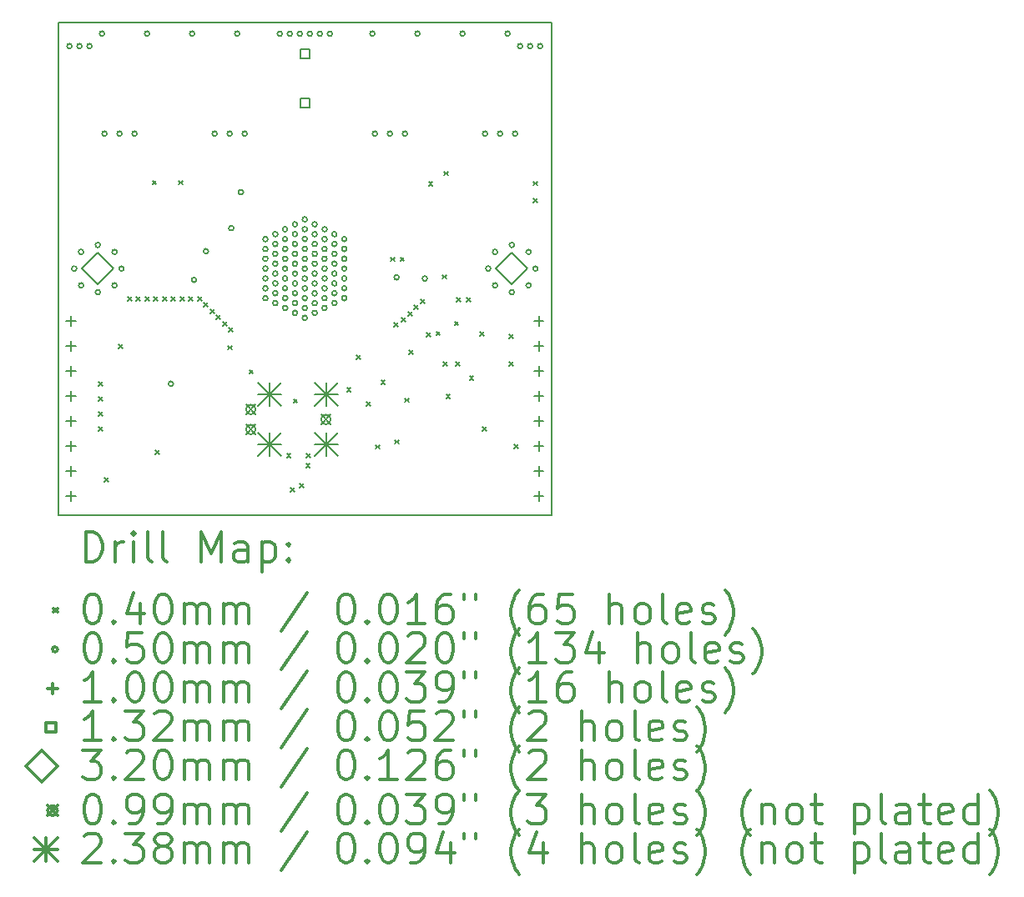
<source format=gbr>
%FSLAX45Y45*%
G04 Gerber Fmt 4.5, Leading zero omitted, Abs format (unit mm)*
G04 Created by KiCad (PCBNEW (2017-05-12 revision b823d0b78)-makepkg) date 06/18/17 22:18:22*
%MOMM*%
%LPD*%
G01*
G04 APERTURE LIST*
%ADD10C,0.127000*%
%ADD11C,0.200000*%
%ADD12C,0.300000*%
G04 APERTURE END LIST*
D10*
D11*
X12500000Y-12500000D02*
X12500000Y-7500000D01*
X17500000Y-12500000D02*
X12500000Y-12500000D01*
X17500000Y-7500000D02*
X17500000Y-12500000D01*
X12500000Y-7500000D02*
X17500000Y-7500000D01*
D11*
X12909900Y-11148400D02*
X12949900Y-11188400D01*
X12949900Y-11148400D02*
X12909900Y-11188400D01*
X12909900Y-11300800D02*
X12949900Y-11340800D01*
X12949900Y-11300800D02*
X12909900Y-11340800D01*
X12909900Y-11453200D02*
X12949900Y-11493200D01*
X12949900Y-11453200D02*
X12909900Y-11493200D01*
X12909900Y-11605600D02*
X12949900Y-11645600D01*
X12949900Y-11605600D02*
X12909900Y-11645600D01*
X12968320Y-12123760D02*
X13008320Y-12163760D01*
X13008320Y-12123760D02*
X12968320Y-12163760D01*
X13111800Y-10769920D02*
X13151800Y-10809920D01*
X13151800Y-10769920D02*
X13111800Y-10809920D01*
X13202000Y-10284800D02*
X13242000Y-10324800D01*
X13242000Y-10284800D02*
X13202000Y-10324800D01*
X13290900Y-10284800D02*
X13330900Y-10324800D01*
X13330900Y-10284800D02*
X13290900Y-10324800D01*
X13379800Y-10284800D02*
X13419800Y-10324800D01*
X13419800Y-10284800D02*
X13379800Y-10324800D01*
X13454700Y-9106220D02*
X13494700Y-9146220D01*
X13494700Y-9106220D02*
X13454700Y-9146220D01*
X13468700Y-10284800D02*
X13508700Y-10324800D01*
X13508700Y-10284800D02*
X13468700Y-10324800D01*
X13482640Y-11846880D02*
X13522640Y-11886880D01*
X13522640Y-11846880D02*
X13482640Y-11886880D01*
X13557600Y-10284800D02*
X13597600Y-10324800D01*
X13597600Y-10284800D02*
X13557600Y-10324800D01*
X13646500Y-10284800D02*
X13686500Y-10324800D01*
X13686500Y-10284800D02*
X13646500Y-10324800D01*
X13718860Y-9106220D02*
X13758860Y-9146220D01*
X13758860Y-9106220D02*
X13718860Y-9146220D01*
X13735400Y-10284800D02*
X13775400Y-10324800D01*
X13775400Y-10284800D02*
X13735400Y-10324800D01*
X13824300Y-10284800D02*
X13864300Y-10324800D01*
X13864300Y-10284800D02*
X13824300Y-10324800D01*
X13913200Y-10284800D02*
X13953200Y-10324800D01*
X13953200Y-10284800D02*
X13913200Y-10324800D01*
X13976700Y-10348300D02*
X14016700Y-10388300D01*
X14016700Y-10348300D02*
X13976700Y-10388300D01*
X14040200Y-10411800D02*
X14080200Y-10451800D01*
X14080200Y-10411800D02*
X14040200Y-10451800D01*
X14103700Y-10475300D02*
X14143700Y-10515300D01*
X14143700Y-10475300D02*
X14103700Y-10515300D01*
X14167200Y-10538800D02*
X14207200Y-10578800D01*
X14207200Y-10538800D02*
X14167200Y-10578800D01*
X14221780Y-10782620D02*
X14261780Y-10822620D01*
X14261780Y-10782620D02*
X14221780Y-10822620D01*
X14230700Y-10602300D02*
X14270700Y-10642300D01*
X14270700Y-10602300D02*
X14230700Y-10642300D01*
X14436482Y-11028224D02*
X14476482Y-11068224D01*
X14476482Y-11028224D02*
X14436482Y-11068224D01*
X14817300Y-11877360D02*
X14857300Y-11917360D01*
X14857300Y-11877360D02*
X14817300Y-11917360D01*
X14853000Y-12227900D02*
X14893000Y-12267900D01*
X14893000Y-12227900D02*
X14853000Y-12267900D01*
X14884720Y-11323640D02*
X14924720Y-11363640D01*
X14924720Y-11323640D02*
X14884720Y-11363640D01*
X14946980Y-12184720D02*
X14986980Y-12224720D01*
X14986980Y-12184720D02*
X14946980Y-12224720D01*
X15012884Y-11983263D02*
X15052884Y-12023263D01*
X15052884Y-11983263D02*
X15012884Y-12023263D01*
X15013100Y-11876895D02*
X15053100Y-11916895D01*
X15053100Y-11876895D02*
X15013100Y-11916895D01*
X15427392Y-11207173D02*
X15467392Y-11247173D01*
X15467392Y-11207173D02*
X15427392Y-11247173D01*
X15523560Y-10881700D02*
X15563560Y-10921700D01*
X15563560Y-10881700D02*
X15523560Y-10921700D01*
X15625160Y-11354140D02*
X15665160Y-11394140D01*
X15665160Y-11354140D02*
X15625160Y-11394140D01*
X15716600Y-11789750D02*
X15756600Y-11829750D01*
X15756600Y-11789750D02*
X15716600Y-11829750D01*
X15773766Y-11135585D02*
X15813766Y-11175585D01*
X15813766Y-11135585D02*
X15773766Y-11175585D01*
X15869299Y-9885999D02*
X15909299Y-9925999D01*
X15909299Y-9885999D02*
X15869299Y-9925999D01*
X15907100Y-10551500D02*
X15947100Y-10591500D01*
X15947100Y-10551500D02*
X15907100Y-10591500D01*
X15913450Y-11738950D02*
X15953450Y-11778950D01*
X15953450Y-11738950D02*
X15913450Y-11778950D01*
X15969300Y-9886000D02*
X16009300Y-9926000D01*
X16009300Y-9886000D02*
X15969300Y-9926000D01*
X15983300Y-10500700D02*
X16023300Y-10540700D01*
X16023300Y-10500700D02*
X15983300Y-10540700D01*
X16012391Y-11315197D02*
X16052391Y-11355197D01*
X16052391Y-11315197D02*
X16012391Y-11355197D01*
X16046800Y-10437200D02*
X16086800Y-10477200D01*
X16086800Y-10437200D02*
X16046800Y-10477200D01*
X16056427Y-10827708D02*
X16096427Y-10867708D01*
X16096427Y-10827708D02*
X16056427Y-10867708D01*
X16110300Y-10373700D02*
X16150300Y-10413700D01*
X16150300Y-10373700D02*
X16110300Y-10413700D01*
X16173800Y-10310200D02*
X16213800Y-10350200D01*
X16213800Y-10310200D02*
X16173800Y-10350200D01*
X16233491Y-10650644D02*
X16273491Y-10690644D01*
X16273491Y-10650644D02*
X16233491Y-10690644D01*
X16257016Y-9119599D02*
X16297016Y-9159599D01*
X16297016Y-9119599D02*
X16257016Y-9159599D01*
X16332670Y-10637840D02*
X16372670Y-10677840D01*
X16372670Y-10637840D02*
X16332670Y-10677840D01*
X16396644Y-10063800D02*
X16436644Y-10103800D01*
X16436644Y-10063800D02*
X16396644Y-10103800D01*
X16402400Y-10948899D02*
X16442400Y-10988899D01*
X16442400Y-10948899D02*
X16402400Y-10988899D01*
X16413800Y-9012240D02*
X16453800Y-9052240D01*
X16453800Y-9012240D02*
X16413800Y-9052240D01*
X16434149Y-11275401D02*
X16474149Y-11315401D01*
X16474149Y-11275401D02*
X16434149Y-11315401D01*
X16517940Y-10536240D02*
X16557940Y-10576240D01*
X16557940Y-10536240D02*
X16517940Y-10576240D01*
X16529400Y-10948899D02*
X16569400Y-10988899D01*
X16569400Y-10948899D02*
X16529400Y-10988899D01*
X16542100Y-10297500D02*
X16582100Y-10337500D01*
X16582100Y-10297500D02*
X16542100Y-10337500D01*
X16643700Y-10297500D02*
X16683700Y-10337500D01*
X16683700Y-10297500D02*
X16643700Y-10337500D01*
X16671640Y-11089980D02*
X16711640Y-11129980D01*
X16711640Y-11089980D02*
X16671640Y-11129980D01*
X16777020Y-10640380D02*
X16817020Y-10680380D01*
X16817020Y-10640380D02*
X16777020Y-10680380D01*
X16802450Y-11605600D02*
X16842450Y-11645600D01*
X16842450Y-11605600D02*
X16802450Y-11645600D01*
X17074199Y-10668320D02*
X17114199Y-10708320D01*
X17114199Y-10668320D02*
X17074199Y-10708320D01*
X17074200Y-10948325D02*
X17114200Y-10988325D01*
X17114200Y-10948325D02*
X17074200Y-10988325D01*
X17126300Y-11783400D02*
X17166300Y-11823400D01*
X17166300Y-11783400D02*
X17126300Y-11823400D01*
X17316800Y-9289120D02*
X17356800Y-9329120D01*
X17356800Y-9289120D02*
X17316800Y-9329120D01*
X17318040Y-9113840D02*
X17358040Y-9153840D01*
X17358040Y-9113840D02*
X17318040Y-9153840D01*
X14625000Y-9700000D02*
G75*
G03X14625000Y-9700000I-25000J0D01*
G01*
X14625000Y-9800000D02*
G75*
G03X14625000Y-9800000I-25000J0D01*
G01*
X14625000Y-9900000D02*
G75*
G03X14625000Y-9900000I-25000J0D01*
G01*
X14625000Y-10000000D02*
G75*
G03X14625000Y-10000000I-25000J0D01*
G01*
X14625000Y-10100000D02*
G75*
G03X14625000Y-10100000I-25000J0D01*
G01*
X14625000Y-10200000D02*
G75*
G03X14625000Y-10200000I-25000J0D01*
G01*
X14625000Y-10300000D02*
G75*
G03X14625000Y-10300000I-25000J0D01*
G01*
X14725000Y-9650000D02*
G75*
G03X14725000Y-9650000I-25000J0D01*
G01*
X14725000Y-9750000D02*
G75*
G03X14725000Y-9750000I-25000J0D01*
G01*
X14725000Y-9850000D02*
G75*
G03X14725000Y-9850000I-25000J0D01*
G01*
X14725000Y-9950000D02*
G75*
G03X14725000Y-9950000I-25000J0D01*
G01*
X14725000Y-10050000D02*
G75*
G03X14725000Y-10050000I-25000J0D01*
G01*
X14725000Y-10150000D02*
G75*
G03X14725000Y-10150000I-25000J0D01*
G01*
X14725000Y-10250000D02*
G75*
G03X14725000Y-10250000I-25000J0D01*
G01*
X14725000Y-10350000D02*
G75*
G03X14725000Y-10350000I-25000J0D01*
G01*
X14825000Y-9600000D02*
G75*
G03X14825000Y-9600000I-25000J0D01*
G01*
X14825000Y-9700000D02*
G75*
G03X14825000Y-9700000I-25000J0D01*
G01*
X14825000Y-9800000D02*
G75*
G03X14825000Y-9800000I-25000J0D01*
G01*
X14825000Y-9900000D02*
G75*
G03X14825000Y-9900000I-25000J0D01*
G01*
X14825000Y-10000000D02*
G75*
G03X14825000Y-10000000I-25000J0D01*
G01*
X14825000Y-10100000D02*
G75*
G03X14825000Y-10100000I-25000J0D01*
G01*
X14825000Y-10200000D02*
G75*
G03X14825000Y-10200000I-25000J0D01*
G01*
X14825000Y-10300000D02*
G75*
G03X14825000Y-10300000I-25000J0D01*
G01*
X14825000Y-10400000D02*
G75*
G03X14825000Y-10400000I-25000J0D01*
G01*
X14925000Y-9550000D02*
G75*
G03X14925000Y-9550000I-25000J0D01*
G01*
X14925000Y-9650000D02*
G75*
G03X14925000Y-9650000I-25000J0D01*
G01*
X14925000Y-9750000D02*
G75*
G03X14925000Y-9750000I-25000J0D01*
G01*
X14925000Y-9850000D02*
G75*
G03X14925000Y-9850000I-25000J0D01*
G01*
X14925000Y-9950000D02*
G75*
G03X14925000Y-9950000I-25000J0D01*
G01*
X14925000Y-10050000D02*
G75*
G03X14925000Y-10050000I-25000J0D01*
G01*
X14925000Y-10150000D02*
G75*
G03X14925000Y-10150000I-25000J0D01*
G01*
X14925000Y-10250000D02*
G75*
G03X14925000Y-10250000I-25000J0D01*
G01*
X14925000Y-10350000D02*
G75*
G03X14925000Y-10350000I-25000J0D01*
G01*
X14925000Y-10450000D02*
G75*
G03X14925000Y-10450000I-25000J0D01*
G01*
X15025000Y-9500000D02*
G75*
G03X15025000Y-9500000I-25000J0D01*
G01*
X15025000Y-9600000D02*
G75*
G03X15025000Y-9600000I-25000J0D01*
G01*
X15025000Y-9700000D02*
G75*
G03X15025000Y-9700000I-25000J0D01*
G01*
X15025000Y-9800000D02*
G75*
G03X15025000Y-9800000I-25000J0D01*
G01*
X15025000Y-9900000D02*
G75*
G03X15025000Y-9900000I-25000J0D01*
G01*
X15025000Y-10000000D02*
G75*
G03X15025000Y-10000000I-25000J0D01*
G01*
X15025000Y-10100000D02*
G75*
G03X15025000Y-10100000I-25000J0D01*
G01*
X15025000Y-10200000D02*
G75*
G03X15025000Y-10200000I-25000J0D01*
G01*
X15025000Y-10300000D02*
G75*
G03X15025000Y-10300000I-25000J0D01*
G01*
X15025000Y-10400000D02*
G75*
G03X15025000Y-10400000I-25000J0D01*
G01*
X15025000Y-10500000D02*
G75*
G03X15025000Y-10500000I-25000J0D01*
G01*
X15125000Y-9550000D02*
G75*
G03X15125000Y-9550000I-25000J0D01*
G01*
X15125000Y-9650000D02*
G75*
G03X15125000Y-9650000I-25000J0D01*
G01*
X15125000Y-9750000D02*
G75*
G03X15125000Y-9750000I-25000J0D01*
G01*
X15125000Y-9850000D02*
G75*
G03X15125000Y-9850000I-25000J0D01*
G01*
X15125000Y-9950000D02*
G75*
G03X15125000Y-9950000I-25000J0D01*
G01*
X15125000Y-10050000D02*
G75*
G03X15125000Y-10050000I-25000J0D01*
G01*
X15125000Y-10150000D02*
G75*
G03X15125000Y-10150000I-25000J0D01*
G01*
X15125000Y-10250000D02*
G75*
G03X15125000Y-10250000I-25000J0D01*
G01*
X15125000Y-10350000D02*
G75*
G03X15125000Y-10350000I-25000J0D01*
G01*
X15125000Y-10450000D02*
G75*
G03X15125000Y-10450000I-25000J0D01*
G01*
X15225000Y-9600000D02*
G75*
G03X15225000Y-9600000I-25000J0D01*
G01*
X15225000Y-9700000D02*
G75*
G03X15225000Y-9700000I-25000J0D01*
G01*
X15225000Y-9800000D02*
G75*
G03X15225000Y-9800000I-25000J0D01*
G01*
X15225000Y-9900000D02*
G75*
G03X15225000Y-9900000I-25000J0D01*
G01*
X15225000Y-10000000D02*
G75*
G03X15225000Y-10000000I-25000J0D01*
G01*
X15225000Y-10100000D02*
G75*
G03X15225000Y-10100000I-25000J0D01*
G01*
X15225000Y-10200000D02*
G75*
G03X15225000Y-10200000I-25000J0D01*
G01*
X15225000Y-10300000D02*
G75*
G03X15225000Y-10300000I-25000J0D01*
G01*
X15225000Y-10400000D02*
G75*
G03X15225000Y-10400000I-25000J0D01*
G01*
X15325000Y-9650000D02*
G75*
G03X15325000Y-9650000I-25000J0D01*
G01*
X15325000Y-9750000D02*
G75*
G03X15325000Y-9750000I-25000J0D01*
G01*
X15325000Y-9850000D02*
G75*
G03X15325000Y-9850000I-25000J0D01*
G01*
X15325000Y-9950000D02*
G75*
G03X15325000Y-9950000I-25000J0D01*
G01*
X15325000Y-10050000D02*
G75*
G03X15325000Y-10050000I-25000J0D01*
G01*
X15325000Y-10150000D02*
G75*
G03X15325000Y-10150000I-25000J0D01*
G01*
X15325000Y-10250000D02*
G75*
G03X15325000Y-10250000I-25000J0D01*
G01*
X15325000Y-10350000D02*
G75*
G03X15325000Y-10350000I-25000J0D01*
G01*
X15425000Y-9700000D02*
G75*
G03X15425000Y-9700000I-25000J0D01*
G01*
X15425000Y-9800000D02*
G75*
G03X15425000Y-9800000I-25000J0D01*
G01*
X15425000Y-9900000D02*
G75*
G03X15425000Y-9900000I-25000J0D01*
G01*
X15425000Y-10000000D02*
G75*
G03X15425000Y-10000000I-25000J0D01*
G01*
X15425000Y-10100000D02*
G75*
G03X15425000Y-10100000I-25000J0D01*
G01*
X15425000Y-10200000D02*
G75*
G03X15425000Y-10200000I-25000J0D01*
G01*
X15425000Y-10300000D02*
G75*
G03X15425000Y-10300000I-25000J0D01*
G01*
X12685000Y-10000000D02*
G75*
G03X12685000Y-10000000I-25000J0D01*
G01*
X12755294Y-9830294D02*
G75*
G03X12755294Y-9830294I-25000J0D01*
G01*
X12755294Y-10169706D02*
G75*
G03X12755294Y-10169706I-25000J0D01*
G01*
X12925000Y-9760000D02*
G75*
G03X12925000Y-9760000I-25000J0D01*
G01*
X12925000Y-10240000D02*
G75*
G03X12925000Y-10240000I-25000J0D01*
G01*
X13094706Y-9830294D02*
G75*
G03X13094706Y-9830294I-25000J0D01*
G01*
X13094706Y-10169706D02*
G75*
G03X13094706Y-10169706I-25000J0D01*
G01*
X13165000Y-10000000D02*
G75*
G03X13165000Y-10000000I-25000J0D01*
G01*
X16885000Y-10000000D02*
G75*
G03X16885000Y-10000000I-25000J0D01*
G01*
X16955294Y-9830294D02*
G75*
G03X16955294Y-9830294I-25000J0D01*
G01*
X16955294Y-10169706D02*
G75*
G03X16955294Y-10169706I-25000J0D01*
G01*
X17125000Y-9760000D02*
G75*
G03X17125000Y-9760000I-25000J0D01*
G01*
X17125000Y-10240000D02*
G75*
G03X17125000Y-10240000I-25000J0D01*
G01*
X17294706Y-9830294D02*
G75*
G03X17294706Y-9830294I-25000J0D01*
G01*
X17294706Y-10169706D02*
G75*
G03X17294706Y-10169706I-25000J0D01*
G01*
X17365000Y-10000000D02*
G75*
G03X17365000Y-10000000I-25000J0D01*
G01*
X12637400Y-7739400D02*
G75*
G03X12637400Y-7739400I-25000J0D01*
G01*
X12739000Y-7739400D02*
G75*
G03X12739000Y-7739400I-25000J0D01*
G01*
X12840600Y-7739400D02*
G75*
G03X12840600Y-7739400I-25000J0D01*
G01*
X12967600Y-7612400D02*
G75*
G03X12967600Y-7612400I-25000J0D01*
G01*
X12993000Y-8628400D02*
G75*
G03X12993000Y-8628400I-25000J0D01*
G01*
X13145400Y-8628400D02*
G75*
G03X13145400Y-8628400I-25000J0D01*
G01*
X13297800Y-8628400D02*
G75*
G03X13297800Y-8628400I-25000J0D01*
G01*
X13424800Y-7612400D02*
G75*
G03X13424800Y-7612400I-25000J0D01*
G01*
X13666100Y-11168400D02*
G75*
G03X13666100Y-11168400I-25000J0D01*
G01*
X13882000Y-7612400D02*
G75*
G03X13882000Y-7612400I-25000J0D01*
G01*
X13901020Y-10114280D02*
G75*
G03X13901020Y-10114280I-25000J0D01*
G01*
X14021700Y-9822200D02*
G75*
G03X14021700Y-9822200I-25000J0D01*
G01*
X14110600Y-8628400D02*
G75*
G03X14110600Y-8628400I-25000J0D01*
G01*
X14263000Y-8628400D02*
G75*
G03X14263000Y-8628400I-25000J0D01*
G01*
X14278240Y-9588520D02*
G75*
G03X14278240Y-9588520I-25000J0D01*
G01*
X14339200Y-7612400D02*
G75*
G03X14339200Y-7612400I-25000J0D01*
G01*
X14376000Y-9222740D02*
G75*
G03X14376000Y-9222740I-25000J0D01*
G01*
X14415400Y-8628400D02*
G75*
G03X14415400Y-8628400I-25000J0D01*
G01*
X14771000Y-7614800D02*
G75*
G03X14771000Y-7614800I-25000J0D01*
G01*
X14872600Y-7614800D02*
G75*
G03X14872600Y-7614800I-25000J0D01*
G01*
X14974200Y-7614800D02*
G75*
G03X14974200Y-7614800I-25000J0D01*
G01*
X15075800Y-7614800D02*
G75*
G03X15075800Y-7614800I-25000J0D01*
G01*
X15177400Y-7614800D02*
G75*
G03X15177400Y-7614800I-25000J0D01*
G01*
X15279000Y-7614800D02*
G75*
G03X15279000Y-7614800I-25000J0D01*
G01*
X15710800Y-7612400D02*
G75*
G03X15710800Y-7612400I-25000J0D01*
G01*
X15736200Y-8628400D02*
G75*
G03X15736200Y-8628400I-25000J0D01*
G01*
X15888600Y-8628400D02*
G75*
G03X15888600Y-8628400I-25000J0D01*
G01*
X15955880Y-10088880D02*
G75*
G03X15955880Y-10088880I-25000J0D01*
G01*
X16041000Y-8628400D02*
G75*
G03X16041000Y-8628400I-25000J0D01*
G01*
X16168000Y-7612400D02*
G75*
G03X16168000Y-7612400I-25000J0D01*
G01*
X16241642Y-10101307D02*
G75*
G03X16241642Y-10101307I-25000J0D01*
G01*
X16625200Y-7612400D02*
G75*
G03X16625200Y-7612400I-25000J0D01*
G01*
X16853800Y-8628400D02*
G75*
G03X16853800Y-8628400I-25000J0D01*
G01*
X17006200Y-8628400D02*
G75*
G03X17006200Y-8628400I-25000J0D01*
G01*
X17082400Y-7612400D02*
G75*
G03X17082400Y-7612400I-25000J0D01*
G01*
X17158600Y-8628400D02*
G75*
G03X17158600Y-8628400I-25000J0D01*
G01*
X17209400Y-7739400D02*
G75*
G03X17209400Y-7739400I-25000J0D01*
G01*
X17311000Y-7739400D02*
G75*
G03X17311000Y-7739400I-25000J0D01*
G01*
X17412600Y-7739400D02*
G75*
G03X17412600Y-7739400I-25000J0D01*
G01*
X12627000Y-10483400D02*
X12627000Y-10583400D01*
X12577000Y-10533400D02*
X12677000Y-10533400D01*
X12627000Y-10737400D02*
X12627000Y-10837400D01*
X12577000Y-10787400D02*
X12677000Y-10787400D01*
X12627000Y-10991400D02*
X12627000Y-11091400D01*
X12577000Y-11041400D02*
X12677000Y-11041400D01*
X12627000Y-11245400D02*
X12627000Y-11345400D01*
X12577000Y-11295400D02*
X12677000Y-11295400D01*
X12627000Y-11499400D02*
X12627000Y-11599400D01*
X12577000Y-11549400D02*
X12677000Y-11549400D01*
X12627000Y-11753400D02*
X12627000Y-11853400D01*
X12577000Y-11803400D02*
X12677000Y-11803400D01*
X12627000Y-12007400D02*
X12627000Y-12107400D01*
X12577000Y-12057400D02*
X12677000Y-12057400D01*
X12627000Y-12261400D02*
X12627000Y-12361400D01*
X12577000Y-12311400D02*
X12677000Y-12311400D01*
X17373000Y-10483400D02*
X17373000Y-10583400D01*
X17323000Y-10533400D02*
X17423000Y-10533400D01*
X17373000Y-10737400D02*
X17373000Y-10837400D01*
X17323000Y-10787400D02*
X17423000Y-10787400D01*
X17373000Y-10991400D02*
X17373000Y-11091400D01*
X17323000Y-11041400D02*
X17423000Y-11041400D01*
X17373000Y-11245400D02*
X17373000Y-11345400D01*
X17323000Y-11295400D02*
X17423000Y-11295400D01*
X17373000Y-11499400D02*
X17373000Y-11599400D01*
X17323000Y-11549400D02*
X17423000Y-11549400D01*
X17373000Y-11753400D02*
X17373000Y-11853400D01*
X17323000Y-11803400D02*
X17423000Y-11803400D01*
X17373000Y-12007400D02*
X17373000Y-12107400D01*
X17323000Y-12057400D02*
X17423000Y-12057400D01*
X17373000Y-12261400D02*
X17373000Y-12361400D01*
X17323000Y-12311400D02*
X17423000Y-12311400D01*
X15046669Y-7862269D02*
X15046669Y-7768930D01*
X14953330Y-7768930D01*
X14953330Y-7862269D01*
X15046669Y-7862269D01*
X15046669Y-8362269D02*
X15046669Y-8268930D01*
X14953330Y-8268930D01*
X14953330Y-8362269D01*
X15046669Y-8362269D01*
X12900000Y-10160000D02*
X13060000Y-10000000D01*
X12900000Y-9840000D01*
X12740000Y-10000000D01*
X12900000Y-10160000D01*
X17100000Y-10160000D02*
X17260000Y-10000000D01*
X17100000Y-9840000D01*
X16940000Y-10000000D01*
X17100000Y-10160000D01*
X14403070Y-11380570D02*
X14502130Y-11479630D01*
X14502130Y-11380570D02*
X14403070Y-11479630D01*
X14502130Y-11430100D02*
G75*
G03X14502130Y-11430100I-49530J0D01*
G01*
X14403070Y-11583570D02*
X14502130Y-11682630D01*
X14502130Y-11583570D02*
X14403070Y-11682630D01*
X14502130Y-11633100D02*
G75*
G03X14502130Y-11633100I-49530J0D01*
G01*
X15165070Y-11482070D02*
X15264130Y-11581130D01*
X15264130Y-11482070D02*
X15165070Y-11581130D01*
X15264130Y-11531600D02*
G75*
G03X15264130Y-11531600I-49530J0D01*
G01*
X14524350Y-11158850D02*
X14761850Y-11396350D01*
X14761850Y-11158850D02*
X14524350Y-11396350D01*
X14643100Y-11158850D02*
X14643100Y-11396350D01*
X14524350Y-11277600D02*
X14761850Y-11277600D01*
X14524350Y-11666850D02*
X14761850Y-11904350D01*
X14761850Y-11666850D02*
X14524350Y-11904350D01*
X14643100Y-11666850D02*
X14643100Y-11904350D01*
X14524350Y-11785600D02*
X14761850Y-11785600D01*
X15095850Y-11158850D02*
X15333350Y-11396350D01*
X15333350Y-11158850D02*
X15095850Y-11396350D01*
X15214600Y-11158850D02*
X15214600Y-11396350D01*
X15095850Y-11277600D02*
X15333350Y-11277600D01*
X15095850Y-11666850D02*
X15333350Y-11904350D01*
X15333350Y-11666850D02*
X15095850Y-11904350D01*
X15214600Y-11666850D02*
X15214600Y-11904350D01*
X15095850Y-11785600D02*
X15333350Y-11785600D01*
D12*
X12776428Y-12975714D02*
X12776428Y-12675714D01*
X12847857Y-12675714D01*
X12890714Y-12690000D01*
X12919286Y-12718571D01*
X12933571Y-12747143D01*
X12947857Y-12804286D01*
X12947857Y-12847143D01*
X12933571Y-12904286D01*
X12919286Y-12932857D01*
X12890714Y-12961429D01*
X12847857Y-12975714D01*
X12776428Y-12975714D01*
X13076428Y-12975714D02*
X13076428Y-12775714D01*
X13076428Y-12832857D02*
X13090714Y-12804286D01*
X13105000Y-12790000D01*
X13133571Y-12775714D01*
X13162143Y-12775714D01*
X13262143Y-12975714D02*
X13262143Y-12775714D01*
X13262143Y-12675714D02*
X13247857Y-12690000D01*
X13262143Y-12704286D01*
X13276428Y-12690000D01*
X13262143Y-12675714D01*
X13262143Y-12704286D01*
X13447857Y-12975714D02*
X13419286Y-12961429D01*
X13405000Y-12932857D01*
X13405000Y-12675714D01*
X13605000Y-12975714D02*
X13576428Y-12961429D01*
X13562143Y-12932857D01*
X13562143Y-12675714D01*
X13947857Y-12975714D02*
X13947857Y-12675714D01*
X14047857Y-12890000D01*
X14147857Y-12675714D01*
X14147857Y-12975714D01*
X14419286Y-12975714D02*
X14419286Y-12818571D01*
X14405000Y-12790000D01*
X14376428Y-12775714D01*
X14319286Y-12775714D01*
X14290714Y-12790000D01*
X14419286Y-12961429D02*
X14390714Y-12975714D01*
X14319286Y-12975714D01*
X14290714Y-12961429D01*
X14276428Y-12932857D01*
X14276428Y-12904286D01*
X14290714Y-12875714D01*
X14319286Y-12861429D01*
X14390714Y-12861429D01*
X14419286Y-12847143D01*
X14562143Y-12775714D02*
X14562143Y-13075714D01*
X14562143Y-12790000D02*
X14590714Y-12775714D01*
X14647857Y-12775714D01*
X14676428Y-12790000D01*
X14690714Y-12804286D01*
X14705000Y-12832857D01*
X14705000Y-12918571D01*
X14690714Y-12947143D01*
X14676428Y-12961429D01*
X14647857Y-12975714D01*
X14590714Y-12975714D01*
X14562143Y-12961429D01*
X14833571Y-12947143D02*
X14847857Y-12961429D01*
X14833571Y-12975714D01*
X14819286Y-12961429D01*
X14833571Y-12947143D01*
X14833571Y-12975714D01*
X14833571Y-12790000D02*
X14847857Y-12804286D01*
X14833571Y-12818571D01*
X14819286Y-12804286D01*
X14833571Y-12790000D01*
X14833571Y-12818571D01*
X12450000Y-13450000D02*
X12490000Y-13490000D01*
X12490000Y-13450000D02*
X12450000Y-13490000D01*
X12833571Y-13305714D02*
X12862143Y-13305714D01*
X12890714Y-13320000D01*
X12905000Y-13334286D01*
X12919286Y-13362857D01*
X12933571Y-13420000D01*
X12933571Y-13491429D01*
X12919286Y-13548571D01*
X12905000Y-13577143D01*
X12890714Y-13591429D01*
X12862143Y-13605714D01*
X12833571Y-13605714D01*
X12805000Y-13591429D01*
X12790714Y-13577143D01*
X12776428Y-13548571D01*
X12762143Y-13491429D01*
X12762143Y-13420000D01*
X12776428Y-13362857D01*
X12790714Y-13334286D01*
X12805000Y-13320000D01*
X12833571Y-13305714D01*
X13062143Y-13577143D02*
X13076428Y-13591429D01*
X13062143Y-13605714D01*
X13047857Y-13591429D01*
X13062143Y-13577143D01*
X13062143Y-13605714D01*
X13333571Y-13405714D02*
X13333571Y-13605714D01*
X13262143Y-13291429D02*
X13190714Y-13505714D01*
X13376428Y-13505714D01*
X13547857Y-13305714D02*
X13576428Y-13305714D01*
X13605000Y-13320000D01*
X13619286Y-13334286D01*
X13633571Y-13362857D01*
X13647857Y-13420000D01*
X13647857Y-13491429D01*
X13633571Y-13548571D01*
X13619286Y-13577143D01*
X13605000Y-13591429D01*
X13576428Y-13605714D01*
X13547857Y-13605714D01*
X13519286Y-13591429D01*
X13505000Y-13577143D01*
X13490714Y-13548571D01*
X13476428Y-13491429D01*
X13476428Y-13420000D01*
X13490714Y-13362857D01*
X13505000Y-13334286D01*
X13519286Y-13320000D01*
X13547857Y-13305714D01*
X13776428Y-13605714D02*
X13776428Y-13405714D01*
X13776428Y-13434286D02*
X13790714Y-13420000D01*
X13819286Y-13405714D01*
X13862143Y-13405714D01*
X13890714Y-13420000D01*
X13905000Y-13448571D01*
X13905000Y-13605714D01*
X13905000Y-13448571D02*
X13919286Y-13420000D01*
X13947857Y-13405714D01*
X13990714Y-13405714D01*
X14019286Y-13420000D01*
X14033571Y-13448571D01*
X14033571Y-13605714D01*
X14176428Y-13605714D02*
X14176428Y-13405714D01*
X14176428Y-13434286D02*
X14190714Y-13420000D01*
X14219286Y-13405714D01*
X14262143Y-13405714D01*
X14290714Y-13420000D01*
X14305000Y-13448571D01*
X14305000Y-13605714D01*
X14305000Y-13448571D02*
X14319286Y-13420000D01*
X14347857Y-13405714D01*
X14390714Y-13405714D01*
X14419286Y-13420000D01*
X14433571Y-13448571D01*
X14433571Y-13605714D01*
X15019286Y-13291429D02*
X14762143Y-13677143D01*
X15405000Y-13305714D02*
X15433571Y-13305714D01*
X15462143Y-13320000D01*
X15476428Y-13334286D01*
X15490714Y-13362857D01*
X15505000Y-13420000D01*
X15505000Y-13491429D01*
X15490714Y-13548571D01*
X15476428Y-13577143D01*
X15462143Y-13591429D01*
X15433571Y-13605714D01*
X15405000Y-13605714D01*
X15376428Y-13591429D01*
X15362143Y-13577143D01*
X15347857Y-13548571D01*
X15333571Y-13491429D01*
X15333571Y-13420000D01*
X15347857Y-13362857D01*
X15362143Y-13334286D01*
X15376428Y-13320000D01*
X15405000Y-13305714D01*
X15633571Y-13577143D02*
X15647857Y-13591429D01*
X15633571Y-13605714D01*
X15619286Y-13591429D01*
X15633571Y-13577143D01*
X15633571Y-13605714D01*
X15833571Y-13305714D02*
X15862143Y-13305714D01*
X15890714Y-13320000D01*
X15905000Y-13334286D01*
X15919286Y-13362857D01*
X15933571Y-13420000D01*
X15933571Y-13491429D01*
X15919286Y-13548571D01*
X15905000Y-13577143D01*
X15890714Y-13591429D01*
X15862143Y-13605714D01*
X15833571Y-13605714D01*
X15805000Y-13591429D01*
X15790714Y-13577143D01*
X15776428Y-13548571D01*
X15762143Y-13491429D01*
X15762143Y-13420000D01*
X15776428Y-13362857D01*
X15790714Y-13334286D01*
X15805000Y-13320000D01*
X15833571Y-13305714D01*
X16219286Y-13605714D02*
X16047857Y-13605714D01*
X16133571Y-13605714D02*
X16133571Y-13305714D01*
X16105000Y-13348571D01*
X16076428Y-13377143D01*
X16047857Y-13391429D01*
X16476428Y-13305714D02*
X16419286Y-13305714D01*
X16390714Y-13320000D01*
X16376428Y-13334286D01*
X16347857Y-13377143D01*
X16333571Y-13434286D01*
X16333571Y-13548571D01*
X16347857Y-13577143D01*
X16362143Y-13591429D01*
X16390714Y-13605714D01*
X16447857Y-13605714D01*
X16476428Y-13591429D01*
X16490714Y-13577143D01*
X16505000Y-13548571D01*
X16505000Y-13477143D01*
X16490714Y-13448571D01*
X16476428Y-13434286D01*
X16447857Y-13420000D01*
X16390714Y-13420000D01*
X16362143Y-13434286D01*
X16347857Y-13448571D01*
X16333571Y-13477143D01*
X16619286Y-13305714D02*
X16619286Y-13362857D01*
X16733571Y-13305714D02*
X16733571Y-13362857D01*
X17176428Y-13720000D02*
X17162143Y-13705714D01*
X17133571Y-13662857D01*
X17119286Y-13634286D01*
X17105000Y-13591429D01*
X17090714Y-13520000D01*
X17090714Y-13462857D01*
X17105000Y-13391429D01*
X17119286Y-13348571D01*
X17133571Y-13320000D01*
X17162143Y-13277143D01*
X17176428Y-13262857D01*
X17419286Y-13305714D02*
X17362143Y-13305714D01*
X17333571Y-13320000D01*
X17319286Y-13334286D01*
X17290714Y-13377143D01*
X17276428Y-13434286D01*
X17276428Y-13548571D01*
X17290714Y-13577143D01*
X17305000Y-13591429D01*
X17333571Y-13605714D01*
X17390714Y-13605714D01*
X17419286Y-13591429D01*
X17433571Y-13577143D01*
X17447857Y-13548571D01*
X17447857Y-13477143D01*
X17433571Y-13448571D01*
X17419286Y-13434286D01*
X17390714Y-13420000D01*
X17333571Y-13420000D01*
X17305000Y-13434286D01*
X17290714Y-13448571D01*
X17276428Y-13477143D01*
X17719286Y-13305714D02*
X17576428Y-13305714D01*
X17562143Y-13448571D01*
X17576428Y-13434286D01*
X17605000Y-13420000D01*
X17676428Y-13420000D01*
X17705000Y-13434286D01*
X17719286Y-13448571D01*
X17733571Y-13477143D01*
X17733571Y-13548571D01*
X17719286Y-13577143D01*
X17705000Y-13591429D01*
X17676428Y-13605714D01*
X17605000Y-13605714D01*
X17576428Y-13591429D01*
X17562143Y-13577143D01*
X18090714Y-13605714D02*
X18090714Y-13305714D01*
X18219286Y-13605714D02*
X18219286Y-13448571D01*
X18205000Y-13420000D01*
X18176428Y-13405714D01*
X18133571Y-13405714D01*
X18105000Y-13420000D01*
X18090714Y-13434286D01*
X18405000Y-13605714D02*
X18376428Y-13591429D01*
X18362143Y-13577143D01*
X18347857Y-13548571D01*
X18347857Y-13462857D01*
X18362143Y-13434286D01*
X18376428Y-13420000D01*
X18405000Y-13405714D01*
X18447857Y-13405714D01*
X18476428Y-13420000D01*
X18490714Y-13434286D01*
X18505000Y-13462857D01*
X18505000Y-13548571D01*
X18490714Y-13577143D01*
X18476428Y-13591429D01*
X18447857Y-13605714D01*
X18405000Y-13605714D01*
X18676428Y-13605714D02*
X18647857Y-13591429D01*
X18633571Y-13562857D01*
X18633571Y-13305714D01*
X18905000Y-13591429D02*
X18876428Y-13605714D01*
X18819286Y-13605714D01*
X18790714Y-13591429D01*
X18776428Y-13562857D01*
X18776428Y-13448571D01*
X18790714Y-13420000D01*
X18819286Y-13405714D01*
X18876428Y-13405714D01*
X18905000Y-13420000D01*
X18919286Y-13448571D01*
X18919286Y-13477143D01*
X18776428Y-13505714D01*
X19033571Y-13591429D02*
X19062143Y-13605714D01*
X19119286Y-13605714D01*
X19147857Y-13591429D01*
X19162143Y-13562857D01*
X19162143Y-13548571D01*
X19147857Y-13520000D01*
X19119286Y-13505714D01*
X19076428Y-13505714D01*
X19047857Y-13491429D01*
X19033571Y-13462857D01*
X19033571Y-13448571D01*
X19047857Y-13420000D01*
X19076428Y-13405714D01*
X19119286Y-13405714D01*
X19147857Y-13420000D01*
X19262143Y-13720000D02*
X19276428Y-13705714D01*
X19305000Y-13662857D01*
X19319286Y-13634286D01*
X19333571Y-13591429D01*
X19347857Y-13520000D01*
X19347857Y-13462857D01*
X19333571Y-13391429D01*
X19319286Y-13348571D01*
X19305000Y-13320000D01*
X19276428Y-13277143D01*
X19262143Y-13262857D01*
X12490000Y-13866000D02*
G75*
G03X12490000Y-13866000I-25000J0D01*
G01*
X12833571Y-13701714D02*
X12862143Y-13701714D01*
X12890714Y-13716000D01*
X12905000Y-13730286D01*
X12919286Y-13758857D01*
X12933571Y-13816000D01*
X12933571Y-13887429D01*
X12919286Y-13944571D01*
X12905000Y-13973143D01*
X12890714Y-13987429D01*
X12862143Y-14001714D01*
X12833571Y-14001714D01*
X12805000Y-13987429D01*
X12790714Y-13973143D01*
X12776428Y-13944571D01*
X12762143Y-13887429D01*
X12762143Y-13816000D01*
X12776428Y-13758857D01*
X12790714Y-13730286D01*
X12805000Y-13716000D01*
X12833571Y-13701714D01*
X13062143Y-13973143D02*
X13076428Y-13987429D01*
X13062143Y-14001714D01*
X13047857Y-13987429D01*
X13062143Y-13973143D01*
X13062143Y-14001714D01*
X13347857Y-13701714D02*
X13205000Y-13701714D01*
X13190714Y-13844571D01*
X13205000Y-13830286D01*
X13233571Y-13816000D01*
X13305000Y-13816000D01*
X13333571Y-13830286D01*
X13347857Y-13844571D01*
X13362143Y-13873143D01*
X13362143Y-13944571D01*
X13347857Y-13973143D01*
X13333571Y-13987429D01*
X13305000Y-14001714D01*
X13233571Y-14001714D01*
X13205000Y-13987429D01*
X13190714Y-13973143D01*
X13547857Y-13701714D02*
X13576428Y-13701714D01*
X13605000Y-13716000D01*
X13619286Y-13730286D01*
X13633571Y-13758857D01*
X13647857Y-13816000D01*
X13647857Y-13887429D01*
X13633571Y-13944571D01*
X13619286Y-13973143D01*
X13605000Y-13987429D01*
X13576428Y-14001714D01*
X13547857Y-14001714D01*
X13519286Y-13987429D01*
X13505000Y-13973143D01*
X13490714Y-13944571D01*
X13476428Y-13887429D01*
X13476428Y-13816000D01*
X13490714Y-13758857D01*
X13505000Y-13730286D01*
X13519286Y-13716000D01*
X13547857Y-13701714D01*
X13776428Y-14001714D02*
X13776428Y-13801714D01*
X13776428Y-13830286D02*
X13790714Y-13816000D01*
X13819286Y-13801714D01*
X13862143Y-13801714D01*
X13890714Y-13816000D01*
X13905000Y-13844571D01*
X13905000Y-14001714D01*
X13905000Y-13844571D02*
X13919286Y-13816000D01*
X13947857Y-13801714D01*
X13990714Y-13801714D01*
X14019286Y-13816000D01*
X14033571Y-13844571D01*
X14033571Y-14001714D01*
X14176428Y-14001714D02*
X14176428Y-13801714D01*
X14176428Y-13830286D02*
X14190714Y-13816000D01*
X14219286Y-13801714D01*
X14262143Y-13801714D01*
X14290714Y-13816000D01*
X14305000Y-13844571D01*
X14305000Y-14001714D01*
X14305000Y-13844571D02*
X14319286Y-13816000D01*
X14347857Y-13801714D01*
X14390714Y-13801714D01*
X14419286Y-13816000D01*
X14433571Y-13844571D01*
X14433571Y-14001714D01*
X15019286Y-13687429D02*
X14762143Y-14073143D01*
X15405000Y-13701714D02*
X15433571Y-13701714D01*
X15462143Y-13716000D01*
X15476428Y-13730286D01*
X15490714Y-13758857D01*
X15505000Y-13816000D01*
X15505000Y-13887429D01*
X15490714Y-13944571D01*
X15476428Y-13973143D01*
X15462143Y-13987429D01*
X15433571Y-14001714D01*
X15405000Y-14001714D01*
X15376428Y-13987429D01*
X15362143Y-13973143D01*
X15347857Y-13944571D01*
X15333571Y-13887429D01*
X15333571Y-13816000D01*
X15347857Y-13758857D01*
X15362143Y-13730286D01*
X15376428Y-13716000D01*
X15405000Y-13701714D01*
X15633571Y-13973143D02*
X15647857Y-13987429D01*
X15633571Y-14001714D01*
X15619286Y-13987429D01*
X15633571Y-13973143D01*
X15633571Y-14001714D01*
X15833571Y-13701714D02*
X15862143Y-13701714D01*
X15890714Y-13716000D01*
X15905000Y-13730286D01*
X15919286Y-13758857D01*
X15933571Y-13816000D01*
X15933571Y-13887429D01*
X15919286Y-13944571D01*
X15905000Y-13973143D01*
X15890714Y-13987429D01*
X15862143Y-14001714D01*
X15833571Y-14001714D01*
X15805000Y-13987429D01*
X15790714Y-13973143D01*
X15776428Y-13944571D01*
X15762143Y-13887429D01*
X15762143Y-13816000D01*
X15776428Y-13758857D01*
X15790714Y-13730286D01*
X15805000Y-13716000D01*
X15833571Y-13701714D01*
X16047857Y-13730286D02*
X16062143Y-13716000D01*
X16090714Y-13701714D01*
X16162143Y-13701714D01*
X16190714Y-13716000D01*
X16205000Y-13730286D01*
X16219286Y-13758857D01*
X16219286Y-13787429D01*
X16205000Y-13830286D01*
X16033571Y-14001714D01*
X16219286Y-14001714D01*
X16405000Y-13701714D02*
X16433571Y-13701714D01*
X16462143Y-13716000D01*
X16476428Y-13730286D01*
X16490714Y-13758857D01*
X16505000Y-13816000D01*
X16505000Y-13887429D01*
X16490714Y-13944571D01*
X16476428Y-13973143D01*
X16462143Y-13987429D01*
X16433571Y-14001714D01*
X16405000Y-14001714D01*
X16376428Y-13987429D01*
X16362143Y-13973143D01*
X16347857Y-13944571D01*
X16333571Y-13887429D01*
X16333571Y-13816000D01*
X16347857Y-13758857D01*
X16362143Y-13730286D01*
X16376428Y-13716000D01*
X16405000Y-13701714D01*
X16619286Y-13701714D02*
X16619286Y-13758857D01*
X16733571Y-13701714D02*
X16733571Y-13758857D01*
X17176428Y-14116000D02*
X17162143Y-14101714D01*
X17133571Y-14058857D01*
X17119286Y-14030286D01*
X17105000Y-13987429D01*
X17090714Y-13916000D01*
X17090714Y-13858857D01*
X17105000Y-13787429D01*
X17119286Y-13744571D01*
X17133571Y-13716000D01*
X17162143Y-13673143D01*
X17176428Y-13658857D01*
X17447857Y-14001714D02*
X17276428Y-14001714D01*
X17362143Y-14001714D02*
X17362143Y-13701714D01*
X17333571Y-13744571D01*
X17305000Y-13773143D01*
X17276428Y-13787429D01*
X17547857Y-13701714D02*
X17733571Y-13701714D01*
X17633571Y-13816000D01*
X17676428Y-13816000D01*
X17705000Y-13830286D01*
X17719286Y-13844571D01*
X17733571Y-13873143D01*
X17733571Y-13944571D01*
X17719286Y-13973143D01*
X17705000Y-13987429D01*
X17676428Y-14001714D01*
X17590714Y-14001714D01*
X17562143Y-13987429D01*
X17547857Y-13973143D01*
X17990714Y-13801714D02*
X17990714Y-14001714D01*
X17919286Y-13687429D02*
X17847857Y-13901714D01*
X18033571Y-13901714D01*
X18376428Y-14001714D02*
X18376428Y-13701714D01*
X18505000Y-14001714D02*
X18505000Y-13844571D01*
X18490714Y-13816000D01*
X18462143Y-13801714D01*
X18419286Y-13801714D01*
X18390714Y-13816000D01*
X18376428Y-13830286D01*
X18690714Y-14001714D02*
X18662143Y-13987429D01*
X18647857Y-13973143D01*
X18633571Y-13944571D01*
X18633571Y-13858857D01*
X18647857Y-13830286D01*
X18662143Y-13816000D01*
X18690714Y-13801714D01*
X18733571Y-13801714D01*
X18762143Y-13816000D01*
X18776428Y-13830286D01*
X18790714Y-13858857D01*
X18790714Y-13944571D01*
X18776428Y-13973143D01*
X18762143Y-13987429D01*
X18733571Y-14001714D01*
X18690714Y-14001714D01*
X18962143Y-14001714D02*
X18933571Y-13987429D01*
X18919286Y-13958857D01*
X18919286Y-13701714D01*
X19190714Y-13987429D02*
X19162143Y-14001714D01*
X19105000Y-14001714D01*
X19076428Y-13987429D01*
X19062143Y-13958857D01*
X19062143Y-13844571D01*
X19076428Y-13816000D01*
X19105000Y-13801714D01*
X19162143Y-13801714D01*
X19190714Y-13816000D01*
X19205000Y-13844571D01*
X19205000Y-13873143D01*
X19062143Y-13901714D01*
X19319286Y-13987429D02*
X19347857Y-14001714D01*
X19405000Y-14001714D01*
X19433571Y-13987429D01*
X19447857Y-13958857D01*
X19447857Y-13944571D01*
X19433571Y-13916000D01*
X19405000Y-13901714D01*
X19362143Y-13901714D01*
X19333571Y-13887429D01*
X19319286Y-13858857D01*
X19319286Y-13844571D01*
X19333571Y-13816000D01*
X19362143Y-13801714D01*
X19405000Y-13801714D01*
X19433571Y-13816000D01*
X19547857Y-14116000D02*
X19562143Y-14101714D01*
X19590714Y-14058857D01*
X19605000Y-14030286D01*
X19619286Y-13987429D01*
X19633571Y-13916000D01*
X19633571Y-13858857D01*
X19619286Y-13787429D01*
X19605000Y-13744571D01*
X19590714Y-13716000D01*
X19562143Y-13673143D01*
X19547857Y-13658857D01*
X12440000Y-14212000D02*
X12440000Y-14312000D01*
X12390000Y-14262000D02*
X12490000Y-14262000D01*
X12933571Y-14397714D02*
X12762143Y-14397714D01*
X12847857Y-14397714D02*
X12847857Y-14097714D01*
X12819286Y-14140571D01*
X12790714Y-14169143D01*
X12762143Y-14183429D01*
X13062143Y-14369143D02*
X13076428Y-14383429D01*
X13062143Y-14397714D01*
X13047857Y-14383429D01*
X13062143Y-14369143D01*
X13062143Y-14397714D01*
X13262143Y-14097714D02*
X13290714Y-14097714D01*
X13319286Y-14112000D01*
X13333571Y-14126286D01*
X13347857Y-14154857D01*
X13362143Y-14212000D01*
X13362143Y-14283429D01*
X13347857Y-14340571D01*
X13333571Y-14369143D01*
X13319286Y-14383429D01*
X13290714Y-14397714D01*
X13262143Y-14397714D01*
X13233571Y-14383429D01*
X13219286Y-14369143D01*
X13205000Y-14340571D01*
X13190714Y-14283429D01*
X13190714Y-14212000D01*
X13205000Y-14154857D01*
X13219286Y-14126286D01*
X13233571Y-14112000D01*
X13262143Y-14097714D01*
X13547857Y-14097714D02*
X13576428Y-14097714D01*
X13605000Y-14112000D01*
X13619286Y-14126286D01*
X13633571Y-14154857D01*
X13647857Y-14212000D01*
X13647857Y-14283429D01*
X13633571Y-14340571D01*
X13619286Y-14369143D01*
X13605000Y-14383429D01*
X13576428Y-14397714D01*
X13547857Y-14397714D01*
X13519286Y-14383429D01*
X13505000Y-14369143D01*
X13490714Y-14340571D01*
X13476428Y-14283429D01*
X13476428Y-14212000D01*
X13490714Y-14154857D01*
X13505000Y-14126286D01*
X13519286Y-14112000D01*
X13547857Y-14097714D01*
X13776428Y-14397714D02*
X13776428Y-14197714D01*
X13776428Y-14226286D02*
X13790714Y-14212000D01*
X13819286Y-14197714D01*
X13862143Y-14197714D01*
X13890714Y-14212000D01*
X13905000Y-14240571D01*
X13905000Y-14397714D01*
X13905000Y-14240571D02*
X13919286Y-14212000D01*
X13947857Y-14197714D01*
X13990714Y-14197714D01*
X14019286Y-14212000D01*
X14033571Y-14240571D01*
X14033571Y-14397714D01*
X14176428Y-14397714D02*
X14176428Y-14197714D01*
X14176428Y-14226286D02*
X14190714Y-14212000D01*
X14219286Y-14197714D01*
X14262143Y-14197714D01*
X14290714Y-14212000D01*
X14305000Y-14240571D01*
X14305000Y-14397714D01*
X14305000Y-14240571D02*
X14319286Y-14212000D01*
X14347857Y-14197714D01*
X14390714Y-14197714D01*
X14419286Y-14212000D01*
X14433571Y-14240571D01*
X14433571Y-14397714D01*
X15019286Y-14083429D02*
X14762143Y-14469143D01*
X15405000Y-14097714D02*
X15433571Y-14097714D01*
X15462143Y-14112000D01*
X15476428Y-14126286D01*
X15490714Y-14154857D01*
X15505000Y-14212000D01*
X15505000Y-14283429D01*
X15490714Y-14340571D01*
X15476428Y-14369143D01*
X15462143Y-14383429D01*
X15433571Y-14397714D01*
X15405000Y-14397714D01*
X15376428Y-14383429D01*
X15362143Y-14369143D01*
X15347857Y-14340571D01*
X15333571Y-14283429D01*
X15333571Y-14212000D01*
X15347857Y-14154857D01*
X15362143Y-14126286D01*
X15376428Y-14112000D01*
X15405000Y-14097714D01*
X15633571Y-14369143D02*
X15647857Y-14383429D01*
X15633571Y-14397714D01*
X15619286Y-14383429D01*
X15633571Y-14369143D01*
X15633571Y-14397714D01*
X15833571Y-14097714D02*
X15862143Y-14097714D01*
X15890714Y-14112000D01*
X15905000Y-14126286D01*
X15919286Y-14154857D01*
X15933571Y-14212000D01*
X15933571Y-14283429D01*
X15919286Y-14340571D01*
X15905000Y-14369143D01*
X15890714Y-14383429D01*
X15862143Y-14397714D01*
X15833571Y-14397714D01*
X15805000Y-14383429D01*
X15790714Y-14369143D01*
X15776428Y-14340571D01*
X15762143Y-14283429D01*
X15762143Y-14212000D01*
X15776428Y-14154857D01*
X15790714Y-14126286D01*
X15805000Y-14112000D01*
X15833571Y-14097714D01*
X16033571Y-14097714D02*
X16219286Y-14097714D01*
X16119286Y-14212000D01*
X16162143Y-14212000D01*
X16190714Y-14226286D01*
X16205000Y-14240571D01*
X16219286Y-14269143D01*
X16219286Y-14340571D01*
X16205000Y-14369143D01*
X16190714Y-14383429D01*
X16162143Y-14397714D01*
X16076428Y-14397714D01*
X16047857Y-14383429D01*
X16033571Y-14369143D01*
X16362143Y-14397714D02*
X16419286Y-14397714D01*
X16447857Y-14383429D01*
X16462143Y-14369143D01*
X16490714Y-14326286D01*
X16505000Y-14269143D01*
X16505000Y-14154857D01*
X16490714Y-14126286D01*
X16476428Y-14112000D01*
X16447857Y-14097714D01*
X16390714Y-14097714D01*
X16362143Y-14112000D01*
X16347857Y-14126286D01*
X16333571Y-14154857D01*
X16333571Y-14226286D01*
X16347857Y-14254857D01*
X16362143Y-14269143D01*
X16390714Y-14283429D01*
X16447857Y-14283429D01*
X16476428Y-14269143D01*
X16490714Y-14254857D01*
X16505000Y-14226286D01*
X16619286Y-14097714D02*
X16619286Y-14154857D01*
X16733571Y-14097714D02*
X16733571Y-14154857D01*
X17176428Y-14512000D02*
X17162143Y-14497714D01*
X17133571Y-14454857D01*
X17119286Y-14426286D01*
X17105000Y-14383429D01*
X17090714Y-14312000D01*
X17090714Y-14254857D01*
X17105000Y-14183429D01*
X17119286Y-14140571D01*
X17133571Y-14112000D01*
X17162143Y-14069143D01*
X17176428Y-14054857D01*
X17447857Y-14397714D02*
X17276428Y-14397714D01*
X17362143Y-14397714D02*
X17362143Y-14097714D01*
X17333571Y-14140571D01*
X17305000Y-14169143D01*
X17276428Y-14183429D01*
X17705000Y-14097714D02*
X17647857Y-14097714D01*
X17619286Y-14112000D01*
X17605000Y-14126286D01*
X17576428Y-14169143D01*
X17562143Y-14226286D01*
X17562143Y-14340571D01*
X17576428Y-14369143D01*
X17590714Y-14383429D01*
X17619286Y-14397714D01*
X17676428Y-14397714D01*
X17705000Y-14383429D01*
X17719286Y-14369143D01*
X17733571Y-14340571D01*
X17733571Y-14269143D01*
X17719286Y-14240571D01*
X17705000Y-14226286D01*
X17676428Y-14212000D01*
X17619286Y-14212000D01*
X17590714Y-14226286D01*
X17576428Y-14240571D01*
X17562143Y-14269143D01*
X18090714Y-14397714D02*
X18090714Y-14097714D01*
X18219286Y-14397714D02*
X18219286Y-14240571D01*
X18205000Y-14212000D01*
X18176428Y-14197714D01*
X18133571Y-14197714D01*
X18105000Y-14212000D01*
X18090714Y-14226286D01*
X18405000Y-14397714D02*
X18376428Y-14383429D01*
X18362143Y-14369143D01*
X18347857Y-14340571D01*
X18347857Y-14254857D01*
X18362143Y-14226286D01*
X18376428Y-14212000D01*
X18405000Y-14197714D01*
X18447857Y-14197714D01*
X18476428Y-14212000D01*
X18490714Y-14226286D01*
X18505000Y-14254857D01*
X18505000Y-14340571D01*
X18490714Y-14369143D01*
X18476428Y-14383429D01*
X18447857Y-14397714D01*
X18405000Y-14397714D01*
X18676428Y-14397714D02*
X18647857Y-14383429D01*
X18633571Y-14354857D01*
X18633571Y-14097714D01*
X18905000Y-14383429D02*
X18876428Y-14397714D01*
X18819286Y-14397714D01*
X18790714Y-14383429D01*
X18776428Y-14354857D01*
X18776428Y-14240571D01*
X18790714Y-14212000D01*
X18819286Y-14197714D01*
X18876428Y-14197714D01*
X18905000Y-14212000D01*
X18919286Y-14240571D01*
X18919286Y-14269143D01*
X18776428Y-14297714D01*
X19033571Y-14383429D02*
X19062143Y-14397714D01*
X19119286Y-14397714D01*
X19147857Y-14383429D01*
X19162143Y-14354857D01*
X19162143Y-14340571D01*
X19147857Y-14312000D01*
X19119286Y-14297714D01*
X19076428Y-14297714D01*
X19047857Y-14283429D01*
X19033571Y-14254857D01*
X19033571Y-14240571D01*
X19047857Y-14212000D01*
X19076428Y-14197714D01*
X19119286Y-14197714D01*
X19147857Y-14212000D01*
X19262143Y-14512000D02*
X19276428Y-14497714D01*
X19305000Y-14454857D01*
X19319286Y-14426286D01*
X19333571Y-14383429D01*
X19347857Y-14312000D01*
X19347857Y-14254857D01*
X19333571Y-14183429D01*
X19319286Y-14140571D01*
X19305000Y-14112000D01*
X19276428Y-14069143D01*
X19262143Y-14054857D01*
X12470669Y-14704670D02*
X12470669Y-14611331D01*
X12377330Y-14611331D01*
X12377330Y-14704670D01*
X12470669Y-14704670D01*
X12933571Y-14793714D02*
X12762143Y-14793714D01*
X12847857Y-14793714D02*
X12847857Y-14493714D01*
X12819286Y-14536571D01*
X12790714Y-14565143D01*
X12762143Y-14579429D01*
X13062143Y-14765143D02*
X13076428Y-14779429D01*
X13062143Y-14793714D01*
X13047857Y-14779429D01*
X13062143Y-14765143D01*
X13062143Y-14793714D01*
X13176428Y-14493714D02*
X13362143Y-14493714D01*
X13262143Y-14608000D01*
X13305000Y-14608000D01*
X13333571Y-14622286D01*
X13347857Y-14636571D01*
X13362143Y-14665143D01*
X13362143Y-14736571D01*
X13347857Y-14765143D01*
X13333571Y-14779429D01*
X13305000Y-14793714D01*
X13219286Y-14793714D01*
X13190714Y-14779429D01*
X13176428Y-14765143D01*
X13476428Y-14522286D02*
X13490714Y-14508000D01*
X13519286Y-14493714D01*
X13590714Y-14493714D01*
X13619286Y-14508000D01*
X13633571Y-14522286D01*
X13647857Y-14550857D01*
X13647857Y-14579429D01*
X13633571Y-14622286D01*
X13462143Y-14793714D01*
X13647857Y-14793714D01*
X13776428Y-14793714D02*
X13776428Y-14593714D01*
X13776428Y-14622286D02*
X13790714Y-14608000D01*
X13819286Y-14593714D01*
X13862143Y-14593714D01*
X13890714Y-14608000D01*
X13905000Y-14636571D01*
X13905000Y-14793714D01*
X13905000Y-14636571D02*
X13919286Y-14608000D01*
X13947857Y-14593714D01*
X13990714Y-14593714D01*
X14019286Y-14608000D01*
X14033571Y-14636571D01*
X14033571Y-14793714D01*
X14176428Y-14793714D02*
X14176428Y-14593714D01*
X14176428Y-14622286D02*
X14190714Y-14608000D01*
X14219286Y-14593714D01*
X14262143Y-14593714D01*
X14290714Y-14608000D01*
X14305000Y-14636571D01*
X14305000Y-14793714D01*
X14305000Y-14636571D02*
X14319286Y-14608000D01*
X14347857Y-14593714D01*
X14390714Y-14593714D01*
X14419286Y-14608000D01*
X14433571Y-14636571D01*
X14433571Y-14793714D01*
X15019286Y-14479429D02*
X14762143Y-14865143D01*
X15405000Y-14493714D02*
X15433571Y-14493714D01*
X15462143Y-14508000D01*
X15476428Y-14522286D01*
X15490714Y-14550857D01*
X15505000Y-14608000D01*
X15505000Y-14679429D01*
X15490714Y-14736571D01*
X15476428Y-14765143D01*
X15462143Y-14779429D01*
X15433571Y-14793714D01*
X15405000Y-14793714D01*
X15376428Y-14779429D01*
X15362143Y-14765143D01*
X15347857Y-14736571D01*
X15333571Y-14679429D01*
X15333571Y-14608000D01*
X15347857Y-14550857D01*
X15362143Y-14522286D01*
X15376428Y-14508000D01*
X15405000Y-14493714D01*
X15633571Y-14765143D02*
X15647857Y-14779429D01*
X15633571Y-14793714D01*
X15619286Y-14779429D01*
X15633571Y-14765143D01*
X15633571Y-14793714D01*
X15833571Y-14493714D02*
X15862143Y-14493714D01*
X15890714Y-14508000D01*
X15905000Y-14522286D01*
X15919286Y-14550857D01*
X15933571Y-14608000D01*
X15933571Y-14679429D01*
X15919286Y-14736571D01*
X15905000Y-14765143D01*
X15890714Y-14779429D01*
X15862143Y-14793714D01*
X15833571Y-14793714D01*
X15805000Y-14779429D01*
X15790714Y-14765143D01*
X15776428Y-14736571D01*
X15762143Y-14679429D01*
X15762143Y-14608000D01*
X15776428Y-14550857D01*
X15790714Y-14522286D01*
X15805000Y-14508000D01*
X15833571Y-14493714D01*
X16205000Y-14493714D02*
X16062143Y-14493714D01*
X16047857Y-14636571D01*
X16062143Y-14622286D01*
X16090714Y-14608000D01*
X16162143Y-14608000D01*
X16190714Y-14622286D01*
X16205000Y-14636571D01*
X16219286Y-14665143D01*
X16219286Y-14736571D01*
X16205000Y-14765143D01*
X16190714Y-14779429D01*
X16162143Y-14793714D01*
X16090714Y-14793714D01*
X16062143Y-14779429D01*
X16047857Y-14765143D01*
X16333571Y-14522286D02*
X16347857Y-14508000D01*
X16376428Y-14493714D01*
X16447857Y-14493714D01*
X16476428Y-14508000D01*
X16490714Y-14522286D01*
X16505000Y-14550857D01*
X16505000Y-14579429D01*
X16490714Y-14622286D01*
X16319286Y-14793714D01*
X16505000Y-14793714D01*
X16619286Y-14493714D02*
X16619286Y-14550857D01*
X16733571Y-14493714D02*
X16733571Y-14550857D01*
X17176428Y-14908000D02*
X17162143Y-14893714D01*
X17133571Y-14850857D01*
X17119286Y-14822286D01*
X17105000Y-14779429D01*
X17090714Y-14708000D01*
X17090714Y-14650857D01*
X17105000Y-14579429D01*
X17119286Y-14536571D01*
X17133571Y-14508000D01*
X17162143Y-14465143D01*
X17176428Y-14450857D01*
X17276428Y-14522286D02*
X17290714Y-14508000D01*
X17319286Y-14493714D01*
X17390714Y-14493714D01*
X17419286Y-14508000D01*
X17433571Y-14522286D01*
X17447857Y-14550857D01*
X17447857Y-14579429D01*
X17433571Y-14622286D01*
X17262143Y-14793714D01*
X17447857Y-14793714D01*
X17805000Y-14793714D02*
X17805000Y-14493714D01*
X17933571Y-14793714D02*
X17933571Y-14636571D01*
X17919286Y-14608000D01*
X17890714Y-14593714D01*
X17847857Y-14593714D01*
X17819286Y-14608000D01*
X17805000Y-14622286D01*
X18119286Y-14793714D02*
X18090714Y-14779429D01*
X18076428Y-14765143D01*
X18062143Y-14736571D01*
X18062143Y-14650857D01*
X18076428Y-14622286D01*
X18090714Y-14608000D01*
X18119286Y-14593714D01*
X18162143Y-14593714D01*
X18190714Y-14608000D01*
X18205000Y-14622286D01*
X18219286Y-14650857D01*
X18219286Y-14736571D01*
X18205000Y-14765143D01*
X18190714Y-14779429D01*
X18162143Y-14793714D01*
X18119286Y-14793714D01*
X18390714Y-14793714D02*
X18362143Y-14779429D01*
X18347857Y-14750857D01*
X18347857Y-14493714D01*
X18619286Y-14779429D02*
X18590714Y-14793714D01*
X18533571Y-14793714D01*
X18505000Y-14779429D01*
X18490714Y-14750857D01*
X18490714Y-14636571D01*
X18505000Y-14608000D01*
X18533571Y-14593714D01*
X18590714Y-14593714D01*
X18619286Y-14608000D01*
X18633571Y-14636571D01*
X18633571Y-14665143D01*
X18490714Y-14693714D01*
X18747857Y-14779429D02*
X18776428Y-14793714D01*
X18833571Y-14793714D01*
X18862143Y-14779429D01*
X18876428Y-14750857D01*
X18876428Y-14736571D01*
X18862143Y-14708000D01*
X18833571Y-14693714D01*
X18790714Y-14693714D01*
X18762143Y-14679429D01*
X18747857Y-14650857D01*
X18747857Y-14636571D01*
X18762143Y-14608000D01*
X18790714Y-14593714D01*
X18833571Y-14593714D01*
X18862143Y-14608000D01*
X18976428Y-14908000D02*
X18990714Y-14893714D01*
X19019286Y-14850857D01*
X19033571Y-14822286D01*
X19047857Y-14779429D01*
X19062143Y-14708000D01*
X19062143Y-14650857D01*
X19047857Y-14579429D01*
X19033571Y-14536571D01*
X19019286Y-14508000D01*
X18990714Y-14465143D01*
X18976428Y-14450857D01*
X12330000Y-15214000D02*
X12490000Y-15054000D01*
X12330000Y-14894000D01*
X12170000Y-15054000D01*
X12330000Y-15214000D01*
X12747857Y-14889714D02*
X12933571Y-14889714D01*
X12833571Y-15004000D01*
X12876428Y-15004000D01*
X12905000Y-15018286D01*
X12919286Y-15032571D01*
X12933571Y-15061143D01*
X12933571Y-15132571D01*
X12919286Y-15161143D01*
X12905000Y-15175429D01*
X12876428Y-15189714D01*
X12790714Y-15189714D01*
X12762143Y-15175429D01*
X12747857Y-15161143D01*
X13062143Y-15161143D02*
X13076428Y-15175429D01*
X13062143Y-15189714D01*
X13047857Y-15175429D01*
X13062143Y-15161143D01*
X13062143Y-15189714D01*
X13190714Y-14918286D02*
X13205000Y-14904000D01*
X13233571Y-14889714D01*
X13305000Y-14889714D01*
X13333571Y-14904000D01*
X13347857Y-14918286D01*
X13362143Y-14946857D01*
X13362143Y-14975429D01*
X13347857Y-15018286D01*
X13176428Y-15189714D01*
X13362143Y-15189714D01*
X13547857Y-14889714D02*
X13576428Y-14889714D01*
X13605000Y-14904000D01*
X13619286Y-14918286D01*
X13633571Y-14946857D01*
X13647857Y-15004000D01*
X13647857Y-15075429D01*
X13633571Y-15132571D01*
X13619286Y-15161143D01*
X13605000Y-15175429D01*
X13576428Y-15189714D01*
X13547857Y-15189714D01*
X13519286Y-15175429D01*
X13505000Y-15161143D01*
X13490714Y-15132571D01*
X13476428Y-15075429D01*
X13476428Y-15004000D01*
X13490714Y-14946857D01*
X13505000Y-14918286D01*
X13519286Y-14904000D01*
X13547857Y-14889714D01*
X13776428Y-15189714D02*
X13776428Y-14989714D01*
X13776428Y-15018286D02*
X13790714Y-15004000D01*
X13819286Y-14989714D01*
X13862143Y-14989714D01*
X13890714Y-15004000D01*
X13905000Y-15032571D01*
X13905000Y-15189714D01*
X13905000Y-15032571D02*
X13919286Y-15004000D01*
X13947857Y-14989714D01*
X13990714Y-14989714D01*
X14019286Y-15004000D01*
X14033571Y-15032571D01*
X14033571Y-15189714D01*
X14176428Y-15189714D02*
X14176428Y-14989714D01*
X14176428Y-15018286D02*
X14190714Y-15004000D01*
X14219286Y-14989714D01*
X14262143Y-14989714D01*
X14290714Y-15004000D01*
X14305000Y-15032571D01*
X14305000Y-15189714D01*
X14305000Y-15032571D02*
X14319286Y-15004000D01*
X14347857Y-14989714D01*
X14390714Y-14989714D01*
X14419286Y-15004000D01*
X14433571Y-15032571D01*
X14433571Y-15189714D01*
X15019286Y-14875429D02*
X14762143Y-15261143D01*
X15405000Y-14889714D02*
X15433571Y-14889714D01*
X15462143Y-14904000D01*
X15476428Y-14918286D01*
X15490714Y-14946857D01*
X15505000Y-15004000D01*
X15505000Y-15075429D01*
X15490714Y-15132571D01*
X15476428Y-15161143D01*
X15462143Y-15175429D01*
X15433571Y-15189714D01*
X15405000Y-15189714D01*
X15376428Y-15175429D01*
X15362143Y-15161143D01*
X15347857Y-15132571D01*
X15333571Y-15075429D01*
X15333571Y-15004000D01*
X15347857Y-14946857D01*
X15362143Y-14918286D01*
X15376428Y-14904000D01*
X15405000Y-14889714D01*
X15633571Y-15161143D02*
X15647857Y-15175429D01*
X15633571Y-15189714D01*
X15619286Y-15175429D01*
X15633571Y-15161143D01*
X15633571Y-15189714D01*
X15933571Y-15189714D02*
X15762143Y-15189714D01*
X15847857Y-15189714D02*
X15847857Y-14889714D01*
X15819286Y-14932571D01*
X15790714Y-14961143D01*
X15762143Y-14975429D01*
X16047857Y-14918286D02*
X16062143Y-14904000D01*
X16090714Y-14889714D01*
X16162143Y-14889714D01*
X16190714Y-14904000D01*
X16205000Y-14918286D01*
X16219286Y-14946857D01*
X16219286Y-14975429D01*
X16205000Y-15018286D01*
X16033571Y-15189714D01*
X16219286Y-15189714D01*
X16476428Y-14889714D02*
X16419286Y-14889714D01*
X16390714Y-14904000D01*
X16376428Y-14918286D01*
X16347857Y-14961143D01*
X16333571Y-15018286D01*
X16333571Y-15132571D01*
X16347857Y-15161143D01*
X16362143Y-15175429D01*
X16390714Y-15189714D01*
X16447857Y-15189714D01*
X16476428Y-15175429D01*
X16490714Y-15161143D01*
X16505000Y-15132571D01*
X16505000Y-15061143D01*
X16490714Y-15032571D01*
X16476428Y-15018286D01*
X16447857Y-15004000D01*
X16390714Y-15004000D01*
X16362143Y-15018286D01*
X16347857Y-15032571D01*
X16333571Y-15061143D01*
X16619286Y-14889714D02*
X16619286Y-14946857D01*
X16733571Y-14889714D02*
X16733571Y-14946857D01*
X17176428Y-15304000D02*
X17162143Y-15289714D01*
X17133571Y-15246857D01*
X17119286Y-15218286D01*
X17105000Y-15175429D01*
X17090714Y-15104000D01*
X17090714Y-15046857D01*
X17105000Y-14975429D01*
X17119286Y-14932571D01*
X17133571Y-14904000D01*
X17162143Y-14861143D01*
X17176428Y-14846857D01*
X17276428Y-14918286D02*
X17290714Y-14904000D01*
X17319286Y-14889714D01*
X17390714Y-14889714D01*
X17419286Y-14904000D01*
X17433571Y-14918286D01*
X17447857Y-14946857D01*
X17447857Y-14975429D01*
X17433571Y-15018286D01*
X17262143Y-15189714D01*
X17447857Y-15189714D01*
X17805000Y-15189714D02*
X17805000Y-14889714D01*
X17933571Y-15189714D02*
X17933571Y-15032571D01*
X17919286Y-15004000D01*
X17890714Y-14989714D01*
X17847857Y-14989714D01*
X17819286Y-15004000D01*
X17805000Y-15018286D01*
X18119286Y-15189714D02*
X18090714Y-15175429D01*
X18076428Y-15161143D01*
X18062143Y-15132571D01*
X18062143Y-15046857D01*
X18076428Y-15018286D01*
X18090714Y-15004000D01*
X18119286Y-14989714D01*
X18162143Y-14989714D01*
X18190714Y-15004000D01*
X18205000Y-15018286D01*
X18219286Y-15046857D01*
X18219286Y-15132571D01*
X18205000Y-15161143D01*
X18190714Y-15175429D01*
X18162143Y-15189714D01*
X18119286Y-15189714D01*
X18390714Y-15189714D02*
X18362143Y-15175429D01*
X18347857Y-15146857D01*
X18347857Y-14889714D01*
X18619286Y-15175429D02*
X18590714Y-15189714D01*
X18533571Y-15189714D01*
X18505000Y-15175429D01*
X18490714Y-15146857D01*
X18490714Y-15032571D01*
X18505000Y-15004000D01*
X18533571Y-14989714D01*
X18590714Y-14989714D01*
X18619286Y-15004000D01*
X18633571Y-15032571D01*
X18633571Y-15061143D01*
X18490714Y-15089714D01*
X18747857Y-15175429D02*
X18776428Y-15189714D01*
X18833571Y-15189714D01*
X18862143Y-15175429D01*
X18876428Y-15146857D01*
X18876428Y-15132571D01*
X18862143Y-15104000D01*
X18833571Y-15089714D01*
X18790714Y-15089714D01*
X18762143Y-15075429D01*
X18747857Y-15046857D01*
X18747857Y-15032571D01*
X18762143Y-15004000D01*
X18790714Y-14989714D01*
X18833571Y-14989714D01*
X18862143Y-15004000D01*
X18976428Y-15304000D02*
X18990714Y-15289714D01*
X19019286Y-15246857D01*
X19033571Y-15218286D01*
X19047857Y-15175429D01*
X19062143Y-15104000D01*
X19062143Y-15046857D01*
X19047857Y-14975429D01*
X19033571Y-14932571D01*
X19019286Y-14904000D01*
X18990714Y-14861143D01*
X18976428Y-14846857D01*
X12390940Y-15454470D02*
X12490000Y-15553530D01*
X12490000Y-15454470D02*
X12390940Y-15553530D01*
X12490000Y-15504000D02*
G75*
G03X12490000Y-15504000I-49530J0D01*
G01*
X12833571Y-15339714D02*
X12862143Y-15339714D01*
X12890714Y-15354000D01*
X12905000Y-15368286D01*
X12919286Y-15396857D01*
X12933571Y-15454000D01*
X12933571Y-15525429D01*
X12919286Y-15582571D01*
X12905000Y-15611143D01*
X12890714Y-15625429D01*
X12862143Y-15639714D01*
X12833571Y-15639714D01*
X12805000Y-15625429D01*
X12790714Y-15611143D01*
X12776428Y-15582571D01*
X12762143Y-15525429D01*
X12762143Y-15454000D01*
X12776428Y-15396857D01*
X12790714Y-15368286D01*
X12805000Y-15354000D01*
X12833571Y-15339714D01*
X13062143Y-15611143D02*
X13076428Y-15625429D01*
X13062143Y-15639714D01*
X13047857Y-15625429D01*
X13062143Y-15611143D01*
X13062143Y-15639714D01*
X13219286Y-15639714D02*
X13276428Y-15639714D01*
X13305000Y-15625429D01*
X13319286Y-15611143D01*
X13347857Y-15568286D01*
X13362143Y-15511143D01*
X13362143Y-15396857D01*
X13347857Y-15368286D01*
X13333571Y-15354000D01*
X13305000Y-15339714D01*
X13247857Y-15339714D01*
X13219286Y-15354000D01*
X13205000Y-15368286D01*
X13190714Y-15396857D01*
X13190714Y-15468286D01*
X13205000Y-15496857D01*
X13219286Y-15511143D01*
X13247857Y-15525429D01*
X13305000Y-15525429D01*
X13333571Y-15511143D01*
X13347857Y-15496857D01*
X13362143Y-15468286D01*
X13505000Y-15639714D02*
X13562143Y-15639714D01*
X13590714Y-15625429D01*
X13605000Y-15611143D01*
X13633571Y-15568286D01*
X13647857Y-15511143D01*
X13647857Y-15396857D01*
X13633571Y-15368286D01*
X13619286Y-15354000D01*
X13590714Y-15339714D01*
X13533571Y-15339714D01*
X13505000Y-15354000D01*
X13490714Y-15368286D01*
X13476428Y-15396857D01*
X13476428Y-15468286D01*
X13490714Y-15496857D01*
X13505000Y-15511143D01*
X13533571Y-15525429D01*
X13590714Y-15525429D01*
X13619286Y-15511143D01*
X13633571Y-15496857D01*
X13647857Y-15468286D01*
X13776428Y-15639714D02*
X13776428Y-15439714D01*
X13776428Y-15468286D02*
X13790714Y-15454000D01*
X13819286Y-15439714D01*
X13862143Y-15439714D01*
X13890714Y-15454000D01*
X13905000Y-15482571D01*
X13905000Y-15639714D01*
X13905000Y-15482571D02*
X13919286Y-15454000D01*
X13947857Y-15439714D01*
X13990714Y-15439714D01*
X14019286Y-15454000D01*
X14033571Y-15482571D01*
X14033571Y-15639714D01*
X14176428Y-15639714D02*
X14176428Y-15439714D01*
X14176428Y-15468286D02*
X14190714Y-15454000D01*
X14219286Y-15439714D01*
X14262143Y-15439714D01*
X14290714Y-15454000D01*
X14305000Y-15482571D01*
X14305000Y-15639714D01*
X14305000Y-15482571D02*
X14319286Y-15454000D01*
X14347857Y-15439714D01*
X14390714Y-15439714D01*
X14419286Y-15454000D01*
X14433571Y-15482571D01*
X14433571Y-15639714D01*
X15019286Y-15325429D02*
X14762143Y-15711143D01*
X15405000Y-15339714D02*
X15433571Y-15339714D01*
X15462143Y-15354000D01*
X15476428Y-15368286D01*
X15490714Y-15396857D01*
X15505000Y-15454000D01*
X15505000Y-15525429D01*
X15490714Y-15582571D01*
X15476428Y-15611143D01*
X15462143Y-15625429D01*
X15433571Y-15639714D01*
X15405000Y-15639714D01*
X15376428Y-15625429D01*
X15362143Y-15611143D01*
X15347857Y-15582571D01*
X15333571Y-15525429D01*
X15333571Y-15454000D01*
X15347857Y-15396857D01*
X15362143Y-15368286D01*
X15376428Y-15354000D01*
X15405000Y-15339714D01*
X15633571Y-15611143D02*
X15647857Y-15625429D01*
X15633571Y-15639714D01*
X15619286Y-15625429D01*
X15633571Y-15611143D01*
X15633571Y-15639714D01*
X15833571Y-15339714D02*
X15862143Y-15339714D01*
X15890714Y-15354000D01*
X15905000Y-15368286D01*
X15919286Y-15396857D01*
X15933571Y-15454000D01*
X15933571Y-15525429D01*
X15919286Y-15582571D01*
X15905000Y-15611143D01*
X15890714Y-15625429D01*
X15862143Y-15639714D01*
X15833571Y-15639714D01*
X15805000Y-15625429D01*
X15790714Y-15611143D01*
X15776428Y-15582571D01*
X15762143Y-15525429D01*
X15762143Y-15454000D01*
X15776428Y-15396857D01*
X15790714Y-15368286D01*
X15805000Y-15354000D01*
X15833571Y-15339714D01*
X16033571Y-15339714D02*
X16219286Y-15339714D01*
X16119286Y-15454000D01*
X16162143Y-15454000D01*
X16190714Y-15468286D01*
X16205000Y-15482571D01*
X16219286Y-15511143D01*
X16219286Y-15582571D01*
X16205000Y-15611143D01*
X16190714Y-15625429D01*
X16162143Y-15639714D01*
X16076428Y-15639714D01*
X16047857Y-15625429D01*
X16033571Y-15611143D01*
X16362143Y-15639714D02*
X16419286Y-15639714D01*
X16447857Y-15625429D01*
X16462143Y-15611143D01*
X16490714Y-15568286D01*
X16505000Y-15511143D01*
X16505000Y-15396857D01*
X16490714Y-15368286D01*
X16476428Y-15354000D01*
X16447857Y-15339714D01*
X16390714Y-15339714D01*
X16362143Y-15354000D01*
X16347857Y-15368286D01*
X16333571Y-15396857D01*
X16333571Y-15468286D01*
X16347857Y-15496857D01*
X16362143Y-15511143D01*
X16390714Y-15525429D01*
X16447857Y-15525429D01*
X16476428Y-15511143D01*
X16490714Y-15496857D01*
X16505000Y-15468286D01*
X16619286Y-15339714D02*
X16619286Y-15396857D01*
X16733571Y-15339714D02*
X16733571Y-15396857D01*
X17176428Y-15754000D02*
X17162143Y-15739714D01*
X17133571Y-15696857D01*
X17119286Y-15668286D01*
X17105000Y-15625429D01*
X17090714Y-15554000D01*
X17090714Y-15496857D01*
X17105000Y-15425429D01*
X17119286Y-15382571D01*
X17133571Y-15354000D01*
X17162143Y-15311143D01*
X17176428Y-15296857D01*
X17262143Y-15339714D02*
X17447857Y-15339714D01*
X17347857Y-15454000D01*
X17390714Y-15454000D01*
X17419286Y-15468286D01*
X17433571Y-15482571D01*
X17447857Y-15511143D01*
X17447857Y-15582571D01*
X17433571Y-15611143D01*
X17419286Y-15625429D01*
X17390714Y-15639714D01*
X17305000Y-15639714D01*
X17276428Y-15625429D01*
X17262143Y-15611143D01*
X17805000Y-15639714D02*
X17805000Y-15339714D01*
X17933571Y-15639714D02*
X17933571Y-15482571D01*
X17919286Y-15454000D01*
X17890714Y-15439714D01*
X17847857Y-15439714D01*
X17819286Y-15454000D01*
X17805000Y-15468286D01*
X18119286Y-15639714D02*
X18090714Y-15625429D01*
X18076428Y-15611143D01*
X18062143Y-15582571D01*
X18062143Y-15496857D01*
X18076428Y-15468286D01*
X18090714Y-15454000D01*
X18119286Y-15439714D01*
X18162143Y-15439714D01*
X18190714Y-15454000D01*
X18205000Y-15468286D01*
X18219286Y-15496857D01*
X18219286Y-15582571D01*
X18205000Y-15611143D01*
X18190714Y-15625429D01*
X18162143Y-15639714D01*
X18119286Y-15639714D01*
X18390714Y-15639714D02*
X18362143Y-15625429D01*
X18347857Y-15596857D01*
X18347857Y-15339714D01*
X18619286Y-15625429D02*
X18590714Y-15639714D01*
X18533571Y-15639714D01*
X18505000Y-15625429D01*
X18490714Y-15596857D01*
X18490714Y-15482571D01*
X18505000Y-15454000D01*
X18533571Y-15439714D01*
X18590714Y-15439714D01*
X18619286Y-15454000D01*
X18633571Y-15482571D01*
X18633571Y-15511143D01*
X18490714Y-15539714D01*
X18747857Y-15625429D02*
X18776428Y-15639714D01*
X18833571Y-15639714D01*
X18862143Y-15625429D01*
X18876428Y-15596857D01*
X18876428Y-15582571D01*
X18862143Y-15554000D01*
X18833571Y-15539714D01*
X18790714Y-15539714D01*
X18762143Y-15525429D01*
X18747857Y-15496857D01*
X18747857Y-15482571D01*
X18762143Y-15454000D01*
X18790714Y-15439714D01*
X18833571Y-15439714D01*
X18862143Y-15454000D01*
X18976428Y-15754000D02*
X18990714Y-15739714D01*
X19019286Y-15696857D01*
X19033571Y-15668286D01*
X19047857Y-15625429D01*
X19062143Y-15554000D01*
X19062143Y-15496857D01*
X19047857Y-15425429D01*
X19033571Y-15382571D01*
X19019286Y-15354000D01*
X18990714Y-15311143D01*
X18976428Y-15296857D01*
X19519286Y-15754000D02*
X19505000Y-15739714D01*
X19476428Y-15696857D01*
X19462143Y-15668286D01*
X19447857Y-15625429D01*
X19433571Y-15554000D01*
X19433571Y-15496857D01*
X19447857Y-15425429D01*
X19462143Y-15382571D01*
X19476428Y-15354000D01*
X19505000Y-15311143D01*
X19519286Y-15296857D01*
X19633571Y-15439714D02*
X19633571Y-15639714D01*
X19633571Y-15468286D02*
X19647857Y-15454000D01*
X19676428Y-15439714D01*
X19719286Y-15439714D01*
X19747857Y-15454000D01*
X19762143Y-15482571D01*
X19762143Y-15639714D01*
X19947857Y-15639714D02*
X19919286Y-15625429D01*
X19905000Y-15611143D01*
X19890714Y-15582571D01*
X19890714Y-15496857D01*
X19905000Y-15468286D01*
X19919286Y-15454000D01*
X19947857Y-15439714D01*
X19990714Y-15439714D01*
X20019286Y-15454000D01*
X20033571Y-15468286D01*
X20047857Y-15496857D01*
X20047857Y-15582571D01*
X20033571Y-15611143D01*
X20019286Y-15625429D01*
X19990714Y-15639714D01*
X19947857Y-15639714D01*
X20133571Y-15439714D02*
X20247857Y-15439714D01*
X20176428Y-15339714D02*
X20176428Y-15596857D01*
X20190714Y-15625429D01*
X20219286Y-15639714D01*
X20247857Y-15639714D01*
X20576428Y-15439714D02*
X20576428Y-15739714D01*
X20576428Y-15454000D02*
X20605000Y-15439714D01*
X20662143Y-15439714D01*
X20690714Y-15454000D01*
X20705000Y-15468286D01*
X20719286Y-15496857D01*
X20719286Y-15582571D01*
X20705000Y-15611143D01*
X20690714Y-15625429D01*
X20662143Y-15639714D01*
X20605000Y-15639714D01*
X20576428Y-15625429D01*
X20890714Y-15639714D02*
X20862143Y-15625429D01*
X20847857Y-15596857D01*
X20847857Y-15339714D01*
X21133571Y-15639714D02*
X21133571Y-15482571D01*
X21119286Y-15454000D01*
X21090714Y-15439714D01*
X21033571Y-15439714D01*
X21005000Y-15454000D01*
X21133571Y-15625429D02*
X21105000Y-15639714D01*
X21033571Y-15639714D01*
X21005000Y-15625429D01*
X20990714Y-15596857D01*
X20990714Y-15568286D01*
X21005000Y-15539714D01*
X21033571Y-15525429D01*
X21105000Y-15525429D01*
X21133571Y-15511143D01*
X21233571Y-15439714D02*
X21347857Y-15439714D01*
X21276428Y-15339714D02*
X21276428Y-15596857D01*
X21290714Y-15625429D01*
X21319286Y-15639714D01*
X21347857Y-15639714D01*
X21562143Y-15625429D02*
X21533571Y-15639714D01*
X21476428Y-15639714D01*
X21447857Y-15625429D01*
X21433571Y-15596857D01*
X21433571Y-15482571D01*
X21447857Y-15454000D01*
X21476428Y-15439714D01*
X21533571Y-15439714D01*
X21562143Y-15454000D01*
X21576428Y-15482571D01*
X21576428Y-15511143D01*
X21433571Y-15539714D01*
X21833571Y-15639714D02*
X21833571Y-15339714D01*
X21833571Y-15625429D02*
X21805000Y-15639714D01*
X21747857Y-15639714D01*
X21719286Y-15625429D01*
X21705000Y-15611143D01*
X21690714Y-15582571D01*
X21690714Y-15496857D01*
X21705000Y-15468286D01*
X21719286Y-15454000D01*
X21747857Y-15439714D01*
X21805000Y-15439714D01*
X21833571Y-15454000D01*
X21947857Y-15754000D02*
X21962143Y-15739714D01*
X21990714Y-15696857D01*
X22005000Y-15668286D01*
X22019286Y-15625429D01*
X22033571Y-15554000D01*
X22033571Y-15496857D01*
X22019286Y-15425429D01*
X22005000Y-15382571D01*
X21990714Y-15354000D01*
X21962143Y-15311143D01*
X21947857Y-15296857D01*
X12252500Y-15781250D02*
X12490000Y-16018750D01*
X12490000Y-15781250D02*
X12252500Y-16018750D01*
X12371250Y-15781250D02*
X12371250Y-16018750D01*
X12252500Y-15900000D02*
X12490000Y-15900000D01*
X12762143Y-15764286D02*
X12776428Y-15750000D01*
X12805000Y-15735714D01*
X12876428Y-15735714D01*
X12905000Y-15750000D01*
X12919286Y-15764286D01*
X12933571Y-15792857D01*
X12933571Y-15821429D01*
X12919286Y-15864286D01*
X12747857Y-16035714D01*
X12933571Y-16035714D01*
X13062143Y-16007143D02*
X13076428Y-16021429D01*
X13062143Y-16035714D01*
X13047857Y-16021429D01*
X13062143Y-16007143D01*
X13062143Y-16035714D01*
X13176428Y-15735714D02*
X13362143Y-15735714D01*
X13262143Y-15850000D01*
X13305000Y-15850000D01*
X13333571Y-15864286D01*
X13347857Y-15878571D01*
X13362143Y-15907143D01*
X13362143Y-15978571D01*
X13347857Y-16007143D01*
X13333571Y-16021429D01*
X13305000Y-16035714D01*
X13219286Y-16035714D01*
X13190714Y-16021429D01*
X13176428Y-16007143D01*
X13533571Y-15864286D02*
X13505000Y-15850000D01*
X13490714Y-15835714D01*
X13476428Y-15807143D01*
X13476428Y-15792857D01*
X13490714Y-15764286D01*
X13505000Y-15750000D01*
X13533571Y-15735714D01*
X13590714Y-15735714D01*
X13619286Y-15750000D01*
X13633571Y-15764286D01*
X13647857Y-15792857D01*
X13647857Y-15807143D01*
X13633571Y-15835714D01*
X13619286Y-15850000D01*
X13590714Y-15864286D01*
X13533571Y-15864286D01*
X13505000Y-15878571D01*
X13490714Y-15892857D01*
X13476428Y-15921429D01*
X13476428Y-15978571D01*
X13490714Y-16007143D01*
X13505000Y-16021429D01*
X13533571Y-16035714D01*
X13590714Y-16035714D01*
X13619286Y-16021429D01*
X13633571Y-16007143D01*
X13647857Y-15978571D01*
X13647857Y-15921429D01*
X13633571Y-15892857D01*
X13619286Y-15878571D01*
X13590714Y-15864286D01*
X13776428Y-16035714D02*
X13776428Y-15835714D01*
X13776428Y-15864286D02*
X13790714Y-15850000D01*
X13819286Y-15835714D01*
X13862143Y-15835714D01*
X13890714Y-15850000D01*
X13905000Y-15878571D01*
X13905000Y-16035714D01*
X13905000Y-15878571D02*
X13919286Y-15850000D01*
X13947857Y-15835714D01*
X13990714Y-15835714D01*
X14019286Y-15850000D01*
X14033571Y-15878571D01*
X14033571Y-16035714D01*
X14176428Y-16035714D02*
X14176428Y-15835714D01*
X14176428Y-15864286D02*
X14190714Y-15850000D01*
X14219286Y-15835714D01*
X14262143Y-15835714D01*
X14290714Y-15850000D01*
X14305000Y-15878571D01*
X14305000Y-16035714D01*
X14305000Y-15878571D02*
X14319286Y-15850000D01*
X14347857Y-15835714D01*
X14390714Y-15835714D01*
X14419286Y-15850000D01*
X14433571Y-15878571D01*
X14433571Y-16035714D01*
X15019286Y-15721429D02*
X14762143Y-16107143D01*
X15405000Y-15735714D02*
X15433571Y-15735714D01*
X15462143Y-15750000D01*
X15476428Y-15764286D01*
X15490714Y-15792857D01*
X15505000Y-15850000D01*
X15505000Y-15921429D01*
X15490714Y-15978571D01*
X15476428Y-16007143D01*
X15462143Y-16021429D01*
X15433571Y-16035714D01*
X15405000Y-16035714D01*
X15376428Y-16021429D01*
X15362143Y-16007143D01*
X15347857Y-15978571D01*
X15333571Y-15921429D01*
X15333571Y-15850000D01*
X15347857Y-15792857D01*
X15362143Y-15764286D01*
X15376428Y-15750000D01*
X15405000Y-15735714D01*
X15633571Y-16007143D02*
X15647857Y-16021429D01*
X15633571Y-16035714D01*
X15619286Y-16021429D01*
X15633571Y-16007143D01*
X15633571Y-16035714D01*
X15833571Y-15735714D02*
X15862143Y-15735714D01*
X15890714Y-15750000D01*
X15905000Y-15764286D01*
X15919286Y-15792857D01*
X15933571Y-15850000D01*
X15933571Y-15921429D01*
X15919286Y-15978571D01*
X15905000Y-16007143D01*
X15890714Y-16021429D01*
X15862143Y-16035714D01*
X15833571Y-16035714D01*
X15805000Y-16021429D01*
X15790714Y-16007143D01*
X15776428Y-15978571D01*
X15762143Y-15921429D01*
X15762143Y-15850000D01*
X15776428Y-15792857D01*
X15790714Y-15764286D01*
X15805000Y-15750000D01*
X15833571Y-15735714D01*
X16076428Y-16035714D02*
X16133571Y-16035714D01*
X16162143Y-16021429D01*
X16176428Y-16007143D01*
X16205000Y-15964286D01*
X16219286Y-15907143D01*
X16219286Y-15792857D01*
X16205000Y-15764286D01*
X16190714Y-15750000D01*
X16162143Y-15735714D01*
X16105000Y-15735714D01*
X16076428Y-15750000D01*
X16062143Y-15764286D01*
X16047857Y-15792857D01*
X16047857Y-15864286D01*
X16062143Y-15892857D01*
X16076428Y-15907143D01*
X16105000Y-15921429D01*
X16162143Y-15921429D01*
X16190714Y-15907143D01*
X16205000Y-15892857D01*
X16219286Y-15864286D01*
X16476428Y-15835714D02*
X16476428Y-16035714D01*
X16405000Y-15721429D02*
X16333571Y-15935714D01*
X16519286Y-15935714D01*
X16619286Y-15735714D02*
X16619286Y-15792857D01*
X16733571Y-15735714D02*
X16733571Y-15792857D01*
X17176428Y-16150000D02*
X17162143Y-16135714D01*
X17133571Y-16092857D01*
X17119286Y-16064286D01*
X17105000Y-16021429D01*
X17090714Y-15950000D01*
X17090714Y-15892857D01*
X17105000Y-15821429D01*
X17119286Y-15778571D01*
X17133571Y-15750000D01*
X17162143Y-15707143D01*
X17176428Y-15692857D01*
X17419286Y-15835714D02*
X17419286Y-16035714D01*
X17347857Y-15721429D02*
X17276428Y-15935714D01*
X17462143Y-15935714D01*
X17805000Y-16035714D02*
X17805000Y-15735714D01*
X17933571Y-16035714D02*
X17933571Y-15878571D01*
X17919286Y-15850000D01*
X17890714Y-15835714D01*
X17847857Y-15835714D01*
X17819286Y-15850000D01*
X17805000Y-15864286D01*
X18119286Y-16035714D02*
X18090714Y-16021429D01*
X18076428Y-16007143D01*
X18062143Y-15978571D01*
X18062143Y-15892857D01*
X18076428Y-15864286D01*
X18090714Y-15850000D01*
X18119286Y-15835714D01*
X18162143Y-15835714D01*
X18190714Y-15850000D01*
X18205000Y-15864286D01*
X18219286Y-15892857D01*
X18219286Y-15978571D01*
X18205000Y-16007143D01*
X18190714Y-16021429D01*
X18162143Y-16035714D01*
X18119286Y-16035714D01*
X18390714Y-16035714D02*
X18362143Y-16021429D01*
X18347857Y-15992857D01*
X18347857Y-15735714D01*
X18619286Y-16021429D02*
X18590714Y-16035714D01*
X18533571Y-16035714D01*
X18505000Y-16021429D01*
X18490714Y-15992857D01*
X18490714Y-15878571D01*
X18505000Y-15850000D01*
X18533571Y-15835714D01*
X18590714Y-15835714D01*
X18619286Y-15850000D01*
X18633571Y-15878571D01*
X18633571Y-15907143D01*
X18490714Y-15935714D01*
X18747857Y-16021429D02*
X18776428Y-16035714D01*
X18833571Y-16035714D01*
X18862143Y-16021429D01*
X18876428Y-15992857D01*
X18876428Y-15978571D01*
X18862143Y-15950000D01*
X18833571Y-15935714D01*
X18790714Y-15935714D01*
X18762143Y-15921429D01*
X18747857Y-15892857D01*
X18747857Y-15878571D01*
X18762143Y-15850000D01*
X18790714Y-15835714D01*
X18833571Y-15835714D01*
X18862143Y-15850000D01*
X18976428Y-16150000D02*
X18990714Y-16135714D01*
X19019286Y-16092857D01*
X19033571Y-16064286D01*
X19047857Y-16021429D01*
X19062143Y-15950000D01*
X19062143Y-15892857D01*
X19047857Y-15821429D01*
X19033571Y-15778571D01*
X19019286Y-15750000D01*
X18990714Y-15707143D01*
X18976428Y-15692857D01*
X19519286Y-16150000D02*
X19505000Y-16135714D01*
X19476428Y-16092857D01*
X19462143Y-16064286D01*
X19447857Y-16021429D01*
X19433571Y-15950000D01*
X19433571Y-15892857D01*
X19447857Y-15821429D01*
X19462143Y-15778571D01*
X19476428Y-15750000D01*
X19505000Y-15707143D01*
X19519286Y-15692857D01*
X19633571Y-15835714D02*
X19633571Y-16035714D01*
X19633571Y-15864286D02*
X19647857Y-15850000D01*
X19676428Y-15835714D01*
X19719286Y-15835714D01*
X19747857Y-15850000D01*
X19762143Y-15878571D01*
X19762143Y-16035714D01*
X19947857Y-16035714D02*
X19919286Y-16021429D01*
X19905000Y-16007143D01*
X19890714Y-15978571D01*
X19890714Y-15892857D01*
X19905000Y-15864286D01*
X19919286Y-15850000D01*
X19947857Y-15835714D01*
X19990714Y-15835714D01*
X20019286Y-15850000D01*
X20033571Y-15864286D01*
X20047857Y-15892857D01*
X20047857Y-15978571D01*
X20033571Y-16007143D01*
X20019286Y-16021429D01*
X19990714Y-16035714D01*
X19947857Y-16035714D01*
X20133571Y-15835714D02*
X20247857Y-15835714D01*
X20176428Y-15735714D02*
X20176428Y-15992857D01*
X20190714Y-16021429D01*
X20219286Y-16035714D01*
X20247857Y-16035714D01*
X20576428Y-15835714D02*
X20576428Y-16135714D01*
X20576428Y-15850000D02*
X20605000Y-15835714D01*
X20662143Y-15835714D01*
X20690714Y-15850000D01*
X20705000Y-15864286D01*
X20719286Y-15892857D01*
X20719286Y-15978571D01*
X20705000Y-16007143D01*
X20690714Y-16021429D01*
X20662143Y-16035714D01*
X20605000Y-16035714D01*
X20576428Y-16021429D01*
X20890714Y-16035714D02*
X20862143Y-16021429D01*
X20847857Y-15992857D01*
X20847857Y-15735714D01*
X21133571Y-16035714D02*
X21133571Y-15878571D01*
X21119286Y-15850000D01*
X21090714Y-15835714D01*
X21033571Y-15835714D01*
X21005000Y-15850000D01*
X21133571Y-16021429D02*
X21105000Y-16035714D01*
X21033571Y-16035714D01*
X21005000Y-16021429D01*
X20990714Y-15992857D01*
X20990714Y-15964286D01*
X21005000Y-15935714D01*
X21033571Y-15921429D01*
X21105000Y-15921429D01*
X21133571Y-15907143D01*
X21233571Y-15835714D02*
X21347857Y-15835714D01*
X21276428Y-15735714D02*
X21276428Y-15992857D01*
X21290714Y-16021429D01*
X21319286Y-16035714D01*
X21347857Y-16035714D01*
X21562143Y-16021429D02*
X21533571Y-16035714D01*
X21476428Y-16035714D01*
X21447857Y-16021429D01*
X21433571Y-15992857D01*
X21433571Y-15878571D01*
X21447857Y-15850000D01*
X21476428Y-15835714D01*
X21533571Y-15835714D01*
X21562143Y-15850000D01*
X21576428Y-15878571D01*
X21576428Y-15907143D01*
X21433571Y-15935714D01*
X21833571Y-16035714D02*
X21833571Y-15735714D01*
X21833571Y-16021429D02*
X21805000Y-16035714D01*
X21747857Y-16035714D01*
X21719286Y-16021429D01*
X21705000Y-16007143D01*
X21690714Y-15978571D01*
X21690714Y-15892857D01*
X21705000Y-15864286D01*
X21719286Y-15850000D01*
X21747857Y-15835714D01*
X21805000Y-15835714D01*
X21833571Y-15850000D01*
X21947857Y-16150000D02*
X21962143Y-16135714D01*
X21990714Y-16092857D01*
X22005000Y-16064286D01*
X22019286Y-16021429D01*
X22033571Y-15950000D01*
X22033571Y-15892857D01*
X22019286Y-15821429D01*
X22005000Y-15778571D01*
X21990714Y-15750000D01*
X21962143Y-15707143D01*
X21947857Y-15692857D01*
M02*

</source>
